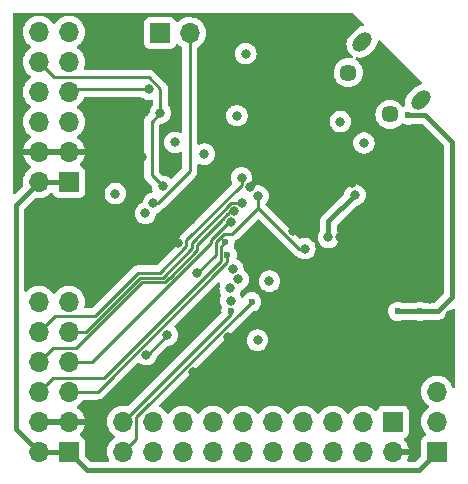
<source format=gbr>
%TF.GenerationSoftware,KiCad,Pcbnew,(6.0.0-0)*%
%TF.CreationDate,2023-01-16T12:19:11+01:00*%
%TF.ProjectId,core-v-mini-mcu-spiboot-fpga,636f7265-2d76-42d6-9d69-6e692d6d6375,rev?*%
%TF.SameCoordinates,Original*%
%TF.FileFunction,Copper,L4,Bot*%
%TF.FilePolarity,Positive*%
%FSLAX46Y46*%
G04 Gerber Fmt 4.6, Leading zero omitted, Abs format (unit mm)*
G04 Created by KiCad (PCBNEW (6.0.0-0)) date 2023-01-16 12:19:11*
%MOMM*%
%LPD*%
G01*
G04 APERTURE LIST*
G04 Aperture macros list*
%AMHorizOval*
0 Thick line with rounded ends*
0 $1 width*
0 $2 $3 position (X,Y) of the first rounded end (center of the circle)*
0 $4 $5 position (X,Y) of the second rounded end (center of the circle)*
0 Add line between two ends*
20,1,$1,$2,$3,$4,$5,0*
0 Add two circle primitives to create the rounded ends*
1,1,$1,$2,$3*
1,1,$1,$4,$5*%
G04 Aperture macros list end*
%TA.AperFunction,ComponentPad*%
%ADD10O,1.700000X1.700000*%
%TD*%
%TA.AperFunction,ComponentPad*%
%ADD11R,1.700000X1.700000*%
%TD*%
%TA.AperFunction,ComponentPad*%
%ADD12HorizOval,1.200000X-0.247487X-0.247487X0.247487X0.247487X0*%
%TD*%
%TA.AperFunction,ComponentPad*%
%ADD13HorizOval,1.200000X0.247487X0.247487X-0.247487X-0.247487X0*%
%TD*%
%TA.AperFunction,ComponentPad*%
%ADD14C,1.450000*%
%TD*%
%TA.AperFunction,ViaPad*%
%ADD15C,0.800000*%
%TD*%
%TA.AperFunction,ViaPad*%
%ADD16C,0.600000*%
%TD*%
%TA.AperFunction,Conductor*%
%ADD17C,0.400000*%
%TD*%
%TA.AperFunction,Conductor*%
%ADD18C,0.250000*%
%TD*%
G04 APERTURE END LIST*
D10*
%TO.P,J2,3,Pin_3*%
%TO.N,/3V3_LDO*%
X112450000Y-104120000D03*
%TO.P,J2,2,Pin_2*%
%TO.N,+3V3*%
X112450000Y-106660000D03*
D11*
%TO.P,J2,1,Pin_1*%
%TO.N,/3V3_PMOD*%
X112450000Y-109200000D03*
%TD*%
D10*
%TO.P,J1,20,Pin_20*%
%TO.N,/RX1*%
X85852000Y-109205000D03*
%TO.P,J1,19,Pin_19*%
%TO.N,/TX1*%
X85852000Y-106665000D03*
%TO.P,J1,18,Pin_18*%
%TO.N,/A7*%
X88392000Y-109205000D03*
%TO.P,J1,17,Pin_17*%
%TO.N,/A6*%
X88392000Y-106665000D03*
%TO.P,J1,16,Pin_16*%
%TO.N,/B5*%
X90932000Y-109205000D03*
%TO.P,J1,15,Pin_15*%
%TO.N,/SPI_CS*%
X90932000Y-106665000D03*
%TO.P,J1,14,Pin_14*%
%TO.N,/C3*%
X93472000Y-109205000D03*
%TO.P,J1,13,Pin_13*%
%TO.N,/C2*%
X93472000Y-106665000D03*
%TO.P,J1,12,Pin_12*%
%TO.N,/C5*%
X96012000Y-109205000D03*
%TO.P,J1,11,Pin_11*%
%TO.N,/C4*%
X96012000Y-106665000D03*
%TO.P,J1,10,Pin_10*%
%TO.N,/C7*%
X98552000Y-109205000D03*
%TO.P,J1,9,Pin_9*%
%TO.N,/C6*%
X98552000Y-106665000D03*
%TO.P,J1,8,Pin_8*%
%TO.N,/D3*%
X101092000Y-109205000D03*
%TO.P,J1,7,Pin_7*%
%TO.N,/D2*%
X101092000Y-106665000D03*
%TO.P,J1,6,Pin_6*%
%TO.N,/D5*%
X103632000Y-109205000D03*
%TO.P,J1,5,Pin_5*%
%TO.N,/D4*%
X103632000Y-106665000D03*
%TO.P,J1,4,Pin_4*%
%TO.N,/D7*%
X106172000Y-109205000D03*
%TO.P,J1,3,Pin_3*%
%TO.N,/D6*%
X106172000Y-106665000D03*
%TO.P,J1,2,Pin_2*%
%TO.N,GND*%
X108712000Y-109205000D03*
D11*
%TO.P,J1,1,Pin_1*%
%TO.N,+3V3*%
X108712000Y-106665000D03*
%TD*%
%TO.P,JSPICS1,1,Pin_1*%
%TO.N,/FLASH_CS*%
X88975000Y-73750000D03*
D10*
%TO.P,JSPICS1,2,Pin_2*%
%TO.N,/iCE_SS_B*%
X91515000Y-73750000D03*
%TD*%
D11*
%TO.P,PMOD1,1,Pin_1*%
%TO.N,/3V3_PMOD*%
X81280000Y-109220000D03*
D10*
%TO.P,PMOD1,2,Pin_2*%
X78740000Y-109220000D03*
%TO.P,PMOD1,3,Pin_3*%
%TO.N,GND*%
X81280000Y-106680000D03*
%TO.P,PMOD1,4,Pin_4*%
X78740000Y-106680000D03*
%TO.P,PMOD1,5,Pin_5*%
%TO.N,/A5*%
X81280000Y-104140000D03*
%TO.P,PMOD1,6,Pin_6*%
%TO.N,/A4*%
X78740000Y-104140000D03*
%TO.P,PMOD1,7,Pin_7*%
%TO.N,/TMS*%
X81280000Y-101600000D03*
%TO.P,PMOD1,8,Pin_8*%
%TO.N,/TDO*%
X78740000Y-101600000D03*
%TO.P,PMOD1,9,Pin_9*%
%TO.N,/TDI*%
X81280000Y-99060000D03*
%TO.P,PMOD1,10,Pin_10*%
%TO.N,/TCK*%
X78740000Y-99060000D03*
%TO.P,PMOD1,11,Pin_11*%
%TO.N,/RX0*%
X81280000Y-96520000D03*
%TO.P,PMOD1,12,Pin_12*%
%TO.N,/TX0*%
X78740000Y-96520000D03*
%TD*%
D12*
%TO.P,P1,6,Shield*%
%TO.N,Net-(P1-Pad6)*%
X111078217Y-79425514D03*
D13*
X106128470Y-74475767D03*
D14*
X108461922Y-80627596D03*
X104926388Y-77092062D03*
%TD*%
D11*
%TO.P,PMOD2,1,Pin_1*%
%TO.N,/3V3_PMOD*%
X81280000Y-86360000D03*
D10*
%TO.P,PMOD2,2,Pin_2*%
X78740000Y-86360000D03*
%TO.P,PMOD2,3,Pin_3*%
%TO.N,GND*%
X81280000Y-83820000D03*
%TO.P,PMOD2,4,Pin_4*%
X78740000Y-83820000D03*
%TO.P,PMOD2,5,Pin_5*%
%TO.N,/iCE_CRESET*%
X81280000Y-81280000D03*
%TO.P,PMOD2,6,Pin_6*%
%TO.N,/iCE_CDONE*%
X78740000Y-81280000D03*
%TO.P,PMOD2,7,Pin_7*%
%TO.N,/FLASH_nHLD_nRST*%
X81280000Y-78740000D03*
%TO.P,PMOD2,8,Pin_8*%
%TO.N,/FLASH_nWP*%
X78740000Y-78740000D03*
%TO.P,PMOD2,9,Pin_9*%
%TO.N,/FLASH_MISO*%
X81280000Y-76200000D03*
%TO.P,PMOD2,10,Pin_10*%
%TO.N,/FLASH_MOSI*%
X78740000Y-76200000D03*
%TO.P,PMOD2,11,Pin_11*%
%TO.N,/FLASH_SCK*%
X81280000Y-73660000D03*
%TO.P,PMOD2,12,Pin_12*%
%TO.N,/FLASH_CS*%
X78740000Y-73660000D03*
%TD*%
D15*
%TO.N,GND*%
X87500000Y-84250000D03*
D16*
%TO.N,/RX1*%
X96750000Y-96500000D03*
%TO.N,/TX1*%
X95000000Y-97250000D03*
D15*
%TO.N,+3V3*%
X85200000Y-87350000D03*
D16*
%TO.N,/A4*%
X94500000Y-91450000D03*
%TO.N,/A5*%
X94700000Y-92500000D03*
D15*
%TO.N,GND*%
X110250000Y-104050000D03*
X111850000Y-96250000D03*
X113550000Y-97650000D03*
D16*
%TO.N,+5V*%
X111000000Y-97300000D03*
X109100000Y-97300000D03*
X110000000Y-80700000D03*
D15*
%TO.N,GND*%
X105250000Y-86450000D03*
X104150000Y-85350000D03*
X104250000Y-91000000D03*
X109600000Y-92100000D03*
X109500000Y-88850000D03*
%TO.N,/VCORE*%
X105500000Y-87450000D03*
X103250000Y-91050000D03*
%TO.N,+3V3*%
X106250000Y-83050000D03*
%TO.N,/VCORE*%
X101250000Y-92000000D03*
X92160180Y-94072795D03*
X97283226Y-87535325D03*
%TO.N,GND*%
X96598430Y-86807273D03*
X94750000Y-99500000D03*
X85000000Y-94500000D03*
X91739375Y-102464514D03*
X101000000Y-82750000D03*
X100250000Y-90500000D03*
X89500000Y-84250000D03*
X99750000Y-77000000D03*
X100750000Y-101500000D03*
X111888123Y-85778922D03*
X91626968Y-89610996D03*
X104500000Y-79000000D03*
X90500000Y-91500000D03*
X83500000Y-81000000D03*
X98275979Y-100447559D03*
%TO.N,+3V3*%
X96250000Y-75500000D03*
X95500000Y-80750000D03*
X97250000Y-99750000D03*
X90250000Y-83000000D03*
X98250000Y-94750000D03*
X89593557Y-99324675D03*
X87825500Y-100973019D03*
X87750000Y-89000000D03*
X104250000Y-81250000D03*
X92750000Y-84000000D03*
%TO.N,/A6*%
X95152962Y-93765920D03*
%TO.N,/A7*%
X95593575Y-94607000D03*
%TO.N,/B5*%
X94980361Y-96400725D03*
%TO.N,/iCE_SS_B*%
X88424500Y-88146516D03*
%TO.N,/TCK*%
X95896260Y-86004568D03*
%TO.N,/TDI*%
X95900892Y-88156858D03*
%TO.N,/TDO*%
X95255997Y-88853755D03*
%TO.N,/TMS*%
X94959746Y-89755858D03*
%TO.N,/FLASH_MOSI*%
X89025500Y-80500000D03*
X89215479Y-86721961D03*
%TO.N,/FLASH_nHLD_nRST*%
X88012299Y-78487701D03*
%TO.N,/SPI_CS*%
X94931511Y-95344608D03*
%TD*%
D17*
%TO.N,+5V*%
X110000000Y-80700000D02*
X111450000Y-80700000D01*
X111450000Y-80700000D02*
X113750000Y-83000000D01*
X113750000Y-83000000D02*
X113750000Y-96100000D01*
X113750000Y-96100000D02*
X112550000Y-97300000D01*
X112550000Y-97300000D02*
X111000000Y-97300000D01*
D18*
%TO.N,/TX1*%
X95000000Y-97250000D02*
X95000000Y-97500000D01*
X95000000Y-97500000D02*
X85852000Y-106648000D01*
X85852000Y-106648000D02*
X85852000Y-106665000D01*
%TO.N,/RX1*%
X96750000Y-96500000D02*
X86976511Y-106273489D01*
X86976511Y-106273489D02*
X86976511Y-108080489D01*
X86976511Y-108080489D02*
X85852000Y-109205000D01*
%TO.N,/A5*%
X83704629Y-104140000D02*
X94700000Y-93144629D01*
X81280000Y-104140000D02*
X83704629Y-104140000D01*
%TO.N,+3V3*%
X87945213Y-100973019D02*
X87825500Y-100973019D01*
%TO.N,/A5*%
X94700000Y-93144629D02*
X94700000Y-92500000D01*
%TO.N,+3V3*%
X89593557Y-99324675D02*
X87945213Y-100973019D01*
%TO.N,/iCE_SS_B*%
X88815524Y-88146516D02*
X88424500Y-88146516D01*
X91515000Y-85447040D02*
X88815524Y-88146516D01*
X91515000Y-73750000D02*
X91515000Y-85447040D01*
%TO.N,/A4*%
X84263466Y-102950000D02*
X94125499Y-93087967D01*
X94125499Y-93087967D02*
X94125499Y-91824501D01*
X94125499Y-91824501D02*
X94500000Y-91450000D01*
X79930000Y-102950000D02*
X84263466Y-102950000D01*
X78740000Y-104140000D02*
X79930000Y-102950000D01*
%TO.N,/TMS*%
X81280000Y-101600000D02*
X83270012Y-101600000D01*
X93326477Y-91246062D02*
X94816681Y-89755858D01*
X93326477Y-91543535D02*
X93326477Y-91246062D01*
%TO.N,/VCORE*%
X97283226Y-88557826D02*
X95115553Y-90725499D01*
X94412033Y-90725499D02*
X93725988Y-91411544D01*
X93725988Y-91411544D02*
X93725988Y-92506987D01*
%TO.N,/TMS*%
X83270012Y-101600000D02*
X93326477Y-91543535D01*
X94816681Y-89755858D02*
X94959746Y-89755858D01*
%TO.N,/VCORE*%
X93725988Y-92506987D02*
X92160180Y-94072795D01*
X95115553Y-90725499D02*
X94412033Y-90725499D01*
%TO.N,/TDO*%
X89819044Y-94450969D02*
X92123523Y-92146490D01*
X94284935Y-89477803D02*
X94284935Y-89476779D01*
%TO.N,/TDI*%
X87299037Y-94450979D02*
X89209326Y-94450978D01*
X91674012Y-91986292D02*
X91674012Y-91481850D01*
%TO.N,/TCK*%
X83490508Y-97694511D02*
X87133552Y-94051467D01*
%TO.N,/TDO*%
X81889532Y-100425489D02*
X87464523Y-94850498D01*
%TO.N,/TCK*%
X88973133Y-94051467D02*
X91224501Y-91800099D01*
%TO.N,/TDI*%
X82690012Y-99060000D02*
X87299037Y-94450978D01*
%TO.N,/TDO*%
X94271263Y-89508320D02*
X94271263Y-89491475D01*
%TO.N,/TDI*%
X89209326Y-94450978D02*
X91674012Y-91986292D01*
%TO.N,/TCK*%
X87133552Y-94051467D02*
X88973133Y-94051467D01*
%TO.N,/TDO*%
X78740000Y-101600000D02*
X79914511Y-100425489D01*
%TO.N,/TDI*%
X81280000Y-99060000D02*
X82690012Y-99060000D01*
X94999004Y-88156858D02*
X95900892Y-88156858D01*
%TO.N,/TDO*%
X87464523Y-94850498D02*
X89374813Y-94850497D01*
X94246306Y-89533277D02*
X94271263Y-89508320D01*
%TO.N,/TCK*%
X78740000Y-99060000D02*
X80105489Y-97694511D01*
%TO.N,/TDO*%
X94680047Y-89081667D02*
X94714786Y-89081667D01*
X94246306Y-89550147D02*
X94246306Y-89533277D01*
X94284935Y-89476779D02*
X94680047Y-89081667D01*
X92123523Y-92146490D02*
X92123523Y-91672930D01*
%TO.N,/TCK*%
X91224501Y-91800099D02*
X91224502Y-91300542D01*
X95896260Y-86628785D02*
X95896260Y-86004568D01*
%TO.N,/TDO*%
X92123523Y-91672930D02*
X94246306Y-89550147D01*
%TO.N,/TCK*%
X91224502Y-91300542D02*
X95896260Y-86628785D01*
%TO.N,/TDO*%
X94271263Y-89491475D02*
X94284935Y-89477803D01*
%TO.N,/TCK*%
X80105489Y-97694511D02*
X83490508Y-97694511D01*
%TO.N,/TDI*%
X91674012Y-91481850D02*
X94999004Y-88156858D01*
%TO.N,/TDO*%
X94942698Y-88853755D02*
X95255997Y-88853755D01*
X94714786Y-89081667D02*
X94942698Y-88853755D01*
X89374813Y-94850497D02*
X89774341Y-94450969D01*
X79914511Y-100425489D02*
X81889532Y-100425489D01*
X89774341Y-94450969D02*
X89819044Y-94450969D01*
D17*
%TO.N,/3V3_PMOD*%
X78740000Y-86360000D02*
X76800000Y-88300000D01*
X76800000Y-88300000D02*
X76800000Y-107280000D01*
X76800000Y-107280000D02*
X78740000Y-109220000D01*
X81280000Y-86360000D02*
X78740000Y-86360000D01*
X78740000Y-109220000D02*
X81280000Y-109220000D01*
X112450000Y-109200000D02*
X110900000Y-110750000D01*
X110900000Y-110750000D02*
X82810000Y-110750000D01*
X82810000Y-110750000D02*
X81280000Y-109220000D01*
%TO.N,+5V*%
X111000000Y-97300000D02*
X109100000Y-97300000D01*
%TO.N,/VCORE*%
X105500000Y-87450000D02*
X103250000Y-89700000D01*
X103250000Y-89700000D02*
X103250000Y-91050000D01*
D18*
X101250000Y-92000000D02*
X100725400Y-92000000D01*
X97283226Y-88557826D02*
X97283226Y-87535325D01*
X100725400Y-92000000D02*
X97283226Y-88557826D01*
%TO.N,/FLASH_MOSI*%
X89025500Y-78476302D02*
X89025500Y-80500000D01*
X88275499Y-81250001D02*
X88275499Y-85781981D01*
X78740000Y-76200000D02*
X80040000Y-77500000D01*
X89025500Y-80500000D02*
X88275499Y-81250001D01*
X88275499Y-85781981D02*
X89215479Y-86721961D01*
X88049198Y-77500000D02*
X89025500Y-78476302D01*
X80040000Y-77500000D02*
X88049198Y-77500000D01*
%TO.N,/FLASH_nHLD_nRST*%
X88000000Y-78500000D02*
X88012299Y-78487701D01*
X81520000Y-78500000D02*
X88000000Y-78500000D01*
X81280000Y-78740000D02*
X81520000Y-78500000D01*
%TD*%
%TA.AperFunction,Conductor*%
%TO.N,GND*%
G36*
X105305511Y-72028002D02*
G01*
X105326485Y-72044905D01*
X106212371Y-72930791D01*
X106246397Y-72993103D01*
X106241332Y-73063918D01*
X106198785Y-73120754D01*
X106149796Y-73143063D01*
X106039255Y-73166862D01*
X106033743Y-73169207D01*
X106033741Y-73169208D01*
X105986511Y-73189305D01*
X105844621Y-73249680D01*
X105669158Y-73367808D01*
X105665033Y-73371549D01*
X105059787Y-73976794D01*
X104958903Y-74098959D01*
X104857487Y-74284583D01*
X104814211Y-74419778D01*
X104799576Y-74465499D01*
X104793002Y-74486035D01*
X104792288Y-74491981D01*
X104770588Y-74672618D01*
X104767773Y-74696047D01*
X104768196Y-74702022D01*
X104768196Y-74702025D01*
X104779852Y-74866632D01*
X104782713Y-74907042D01*
X104784260Y-74912835D01*
X104784260Y-74912836D01*
X104834929Y-75102598D01*
X104837280Y-75111404D01*
X104839894Y-75116799D01*
X104839895Y-75116802D01*
X104883533Y-75206870D01*
X104929507Y-75301761D01*
X105056066Y-75471244D01*
X105212389Y-75613736D01*
X105217503Y-75616864D01*
X105217506Y-75616866D01*
X105277559Y-75653594D01*
X105325236Y-75706200D01*
X105336904Y-75776231D01*
X105308858Y-75841453D01*
X105250002Y-75881159D01*
X105179207Y-75882791D01*
X105146716Y-75874085D01*
X105146714Y-75874085D01*
X105141401Y-75872661D01*
X104926388Y-75853850D01*
X104711375Y-75872661D01*
X104706062Y-75874085D01*
X104706060Y-75874085D01*
X104508205Y-75927100D01*
X104508203Y-75927101D01*
X104502895Y-75928523D01*
X104497914Y-75930845D01*
X104497913Y-75930846D01*
X104312269Y-76017413D01*
X104312264Y-76017416D01*
X104307282Y-76019739D01*
X104130481Y-76143537D01*
X103977863Y-76296155D01*
X103854065Y-76472956D01*
X103851742Y-76477938D01*
X103851739Y-76477943D01*
X103791261Y-76607639D01*
X103762849Y-76668569D01*
X103761427Y-76673877D01*
X103761426Y-76673879D01*
X103709285Y-76868472D01*
X103706987Y-76877049D01*
X103688176Y-77092062D01*
X103706987Y-77307075D01*
X103708411Y-77312388D01*
X103708411Y-77312390D01*
X103754222Y-77483357D01*
X103762849Y-77515555D01*
X103765171Y-77520536D01*
X103765172Y-77520537D01*
X103851739Y-77706181D01*
X103851742Y-77706186D01*
X103854065Y-77711168D01*
X103923378Y-77810156D01*
X103972660Y-77880538D01*
X103977863Y-77887969D01*
X104130481Y-78040587D01*
X104134989Y-78043744D01*
X104134992Y-78043746D01*
X104175472Y-78072090D01*
X104307282Y-78164385D01*
X104312264Y-78166708D01*
X104312269Y-78166711D01*
X104497913Y-78253278D01*
X104502895Y-78255601D01*
X104508203Y-78257023D01*
X104508205Y-78257024D01*
X104706060Y-78310039D01*
X104706062Y-78310039D01*
X104711375Y-78311463D01*
X104926388Y-78330274D01*
X105141401Y-78311463D01*
X105146714Y-78310039D01*
X105146716Y-78310039D01*
X105344571Y-78257024D01*
X105344573Y-78257023D01*
X105349881Y-78255601D01*
X105354863Y-78253278D01*
X105540507Y-78166711D01*
X105540512Y-78166708D01*
X105545494Y-78164385D01*
X105677304Y-78072090D01*
X105717784Y-78043746D01*
X105717787Y-78043744D01*
X105722295Y-78040587D01*
X105874913Y-77887969D01*
X105880117Y-77880538D01*
X105929398Y-77810156D01*
X105998711Y-77711168D01*
X106001034Y-77706186D01*
X106001037Y-77706181D01*
X106087604Y-77520537D01*
X106087605Y-77520536D01*
X106089927Y-77515555D01*
X106098555Y-77483357D01*
X106144365Y-77312390D01*
X106144365Y-77312388D01*
X106145789Y-77307075D01*
X106164600Y-77092062D01*
X106145789Y-76877049D01*
X106143491Y-76868472D01*
X106091350Y-76673879D01*
X106091349Y-76673877D01*
X106089927Y-76668569D01*
X106061515Y-76607639D01*
X106001037Y-76477943D01*
X106001034Y-76477938D01*
X105998711Y-76472956D01*
X105874913Y-76296155D01*
X105722295Y-76143537D01*
X105717784Y-76140378D01*
X105572275Y-76038491D01*
X105527947Y-75983034D01*
X105520638Y-75912414D01*
X105552669Y-75849054D01*
X105613870Y-75813069D01*
X105665666Y-75811061D01*
X105799429Y-75833806D01*
X105878584Y-75832079D01*
X106004902Y-75829322D01*
X106004903Y-75829322D01*
X106010900Y-75829191D01*
X106016760Y-75827929D01*
X106016763Y-75827929D01*
X106154162Y-75798348D01*
X106217685Y-75784672D01*
X106223197Y-75782327D01*
X106223199Y-75782326D01*
X106389870Y-75711406D01*
X106412319Y-75701854D01*
X106587782Y-75583726D01*
X106591907Y-75579985D01*
X107197153Y-74974740D01*
X107202314Y-74968491D01*
X107253058Y-74907042D01*
X107298037Y-74852575D01*
X107399453Y-74666951D01*
X107463938Y-74465499D01*
X107464653Y-74459543D01*
X107465014Y-74457890D01*
X107499069Y-74395594D01*
X107561398Y-74361599D01*
X107632211Y-74366697D01*
X107677217Y-74395637D01*
X111162118Y-77880538D01*
X111196144Y-77942850D01*
X111191079Y-78013665D01*
X111148532Y-78070501D01*
X111099543Y-78092810D01*
X110989002Y-78116609D01*
X110983490Y-78118954D01*
X110983488Y-78118955D01*
X110947877Y-78134108D01*
X110794368Y-78199427D01*
X110618905Y-78317555D01*
X110614780Y-78321296D01*
X110009534Y-78926541D01*
X109908650Y-79048706D01*
X109807234Y-79234330D01*
X109770263Y-79349829D01*
X109749323Y-79415246D01*
X109742749Y-79435782D01*
X109739073Y-79466380D01*
X109720200Y-79623489D01*
X109717520Y-79645794D01*
X109717943Y-79651769D01*
X109717943Y-79651772D01*
X109719876Y-79679071D01*
X109728604Y-79802322D01*
X109731211Y-79839145D01*
X109716071Y-79908509D01*
X109665833Y-79958675D01*
X109660011Y-79961628D01*
X109653579Y-79963818D01*
X109647580Y-79967509D01*
X109641204Y-79970509D01*
X109640411Y-79968824D01*
X109580930Y-79985020D01*
X109513218Y-79963676D01*
X109480207Y-79931316D01*
X109413606Y-79836200D01*
X109413604Y-79836197D01*
X109410447Y-79831689D01*
X109257829Y-79679071D01*
X109081028Y-79555273D01*
X109076046Y-79552950D01*
X109076041Y-79552947D01*
X108890397Y-79466380D01*
X108890396Y-79466379D01*
X108885415Y-79464057D01*
X108880107Y-79462635D01*
X108880105Y-79462634D01*
X108682250Y-79409619D01*
X108682248Y-79409619D01*
X108676935Y-79408195D01*
X108461922Y-79389384D01*
X108246909Y-79408195D01*
X108241596Y-79409619D01*
X108241594Y-79409619D01*
X108043739Y-79462634D01*
X108043737Y-79462635D01*
X108038429Y-79464057D01*
X108033448Y-79466379D01*
X108033447Y-79466380D01*
X107847803Y-79552947D01*
X107847798Y-79552950D01*
X107842816Y-79555273D01*
X107666015Y-79679071D01*
X107513397Y-79831689D01*
X107510240Y-79836197D01*
X107510238Y-79836200D01*
X107465932Y-79899476D01*
X107389599Y-80008490D01*
X107387276Y-80013472D01*
X107387273Y-80013477D01*
X107321508Y-80154511D01*
X107298383Y-80204103D01*
X107296961Y-80209411D01*
X107296960Y-80209413D01*
X107251296Y-80379834D01*
X107242521Y-80412583D01*
X107223710Y-80627596D01*
X107242521Y-80842609D01*
X107243945Y-80847922D01*
X107243945Y-80847924D01*
X107276921Y-80970990D01*
X107298383Y-81051089D01*
X107300705Y-81056070D01*
X107300706Y-81056071D01*
X107387273Y-81241715D01*
X107387276Y-81241720D01*
X107389599Y-81246702D01*
X107408687Y-81273962D01*
X107508568Y-81416606D01*
X107513397Y-81423503D01*
X107666015Y-81576121D01*
X107670523Y-81579278D01*
X107670526Y-81579280D01*
X107739076Y-81627279D01*
X107842816Y-81699919D01*
X107847798Y-81702242D01*
X107847803Y-81702245D01*
X108028388Y-81786453D01*
X108038429Y-81791135D01*
X108043737Y-81792557D01*
X108043739Y-81792558D01*
X108241594Y-81845573D01*
X108241596Y-81845573D01*
X108246909Y-81846997D01*
X108461922Y-81865808D01*
X108676935Y-81846997D01*
X108682248Y-81845573D01*
X108682250Y-81845573D01*
X108880105Y-81792558D01*
X108880107Y-81792557D01*
X108885415Y-81791135D01*
X108895456Y-81786453D01*
X109076041Y-81702245D01*
X109076046Y-81702242D01*
X109081028Y-81699919D01*
X109184768Y-81627279D01*
X109253318Y-81579280D01*
X109253321Y-81579278D01*
X109257829Y-81576121D01*
X109410447Y-81423503D01*
X109413600Y-81419000D01*
X109415609Y-81416606D01*
X109474720Y-81377282D01*
X109545708Y-81376158D01*
X109581119Y-81392168D01*
X109633159Y-81426222D01*
X109639763Y-81428678D01*
X109639765Y-81428679D01*
X109796558Y-81486990D01*
X109796560Y-81486990D01*
X109803168Y-81489448D01*
X109886995Y-81500633D01*
X109975980Y-81512507D01*
X109975984Y-81512507D01*
X109982961Y-81513438D01*
X109989972Y-81512800D01*
X109989976Y-81512800D01*
X110132459Y-81499832D01*
X110163600Y-81496998D01*
X110170302Y-81494820D01*
X110170304Y-81494820D01*
X110329409Y-81443124D01*
X110329412Y-81443123D01*
X110336108Y-81440947D01*
X110360727Y-81426271D01*
X110425245Y-81408500D01*
X111104340Y-81408500D01*
X111172461Y-81428502D01*
X111193435Y-81445405D01*
X113004595Y-83256566D01*
X113038621Y-83318878D01*
X113041500Y-83345661D01*
X113041500Y-95754340D01*
X113021498Y-95822461D01*
X113004595Y-95843435D01*
X112293435Y-96554595D01*
X112231123Y-96588621D01*
X112204340Y-96591500D01*
X111429158Y-96591500D01*
X111369624Y-96574205D01*
X111368948Y-96575590D01*
X111362609Y-96572498D01*
X111356666Y-96568727D01*
X111342880Y-96563818D01*
X111192425Y-96510243D01*
X111192420Y-96510242D01*
X111185790Y-96507881D01*
X111178802Y-96507048D01*
X111178799Y-96507047D01*
X111055698Y-96492368D01*
X111005680Y-96486404D01*
X110998677Y-96487140D01*
X110998676Y-96487140D01*
X110832288Y-96504628D01*
X110832286Y-96504629D01*
X110825288Y-96505364D01*
X110772410Y-96523365D01*
X110660249Y-96561547D01*
X110660246Y-96561548D01*
X110653579Y-96563818D01*
X110647576Y-96567511D01*
X110647574Y-96567512D01*
X110638949Y-96572818D01*
X110572928Y-96591500D01*
X109529158Y-96591500D01*
X109469624Y-96574205D01*
X109468948Y-96575590D01*
X109462609Y-96572498D01*
X109456666Y-96568727D01*
X109442880Y-96563818D01*
X109292425Y-96510243D01*
X109292420Y-96510242D01*
X109285790Y-96507881D01*
X109278802Y-96507048D01*
X109278799Y-96507047D01*
X109155698Y-96492368D01*
X109105680Y-96486404D01*
X109098677Y-96487140D01*
X109098676Y-96487140D01*
X108932288Y-96504628D01*
X108932286Y-96504629D01*
X108925288Y-96505364D01*
X108753579Y-96563818D01*
X108734444Y-96575590D01*
X108605095Y-96655166D01*
X108605092Y-96655168D01*
X108599088Y-96658862D01*
X108594053Y-96663793D01*
X108594050Y-96663795D01*
X108477424Y-96778004D01*
X108469493Y-96785771D01*
X108371235Y-96938238D01*
X108368826Y-96944858D01*
X108368824Y-96944861D01*
X108321433Y-97075066D01*
X108309197Y-97108685D01*
X108286463Y-97288640D01*
X108304163Y-97469160D01*
X108361418Y-97641273D01*
X108365065Y-97647295D01*
X108365066Y-97647297D01*
X108447591Y-97783562D01*
X108455380Y-97796424D01*
X108581382Y-97926902D01*
X108624420Y-97955065D01*
X108726758Y-98022033D01*
X108733159Y-98026222D01*
X108739763Y-98028678D01*
X108739765Y-98028679D01*
X108896558Y-98086990D01*
X108896560Y-98086990D01*
X108903168Y-98089448D01*
X108986995Y-98100633D01*
X109075980Y-98112507D01*
X109075984Y-98112507D01*
X109082961Y-98113438D01*
X109089972Y-98112800D01*
X109089976Y-98112800D01*
X109232459Y-98099832D01*
X109263600Y-98096998D01*
X109270302Y-98094820D01*
X109270304Y-98094820D01*
X109429409Y-98043124D01*
X109429412Y-98043123D01*
X109436108Y-98040947D01*
X109460727Y-98026271D01*
X109525245Y-98008500D01*
X110569800Y-98008500D01*
X110626609Y-98022033D01*
X110627260Y-98022362D01*
X110633159Y-98026222D01*
X110639766Y-98028679D01*
X110639768Y-98028680D01*
X110796558Y-98086990D01*
X110796560Y-98086990D01*
X110803168Y-98089448D01*
X110886995Y-98100633D01*
X110975980Y-98112507D01*
X110975984Y-98112507D01*
X110982961Y-98113438D01*
X110989972Y-98112800D01*
X110989976Y-98112800D01*
X111132459Y-98099832D01*
X111163600Y-98096998D01*
X111170302Y-98094820D01*
X111170304Y-98094820D01*
X111329409Y-98043124D01*
X111329412Y-98043123D01*
X111336108Y-98040947D01*
X111360727Y-98026271D01*
X111425245Y-98008500D01*
X112521088Y-98008500D01*
X112529658Y-98008792D01*
X112579776Y-98012209D01*
X112579780Y-98012209D01*
X112587352Y-98012725D01*
X112594829Y-98011420D01*
X112594830Y-98011420D01*
X112621308Y-98006799D01*
X112650303Y-98001738D01*
X112656821Y-98000777D01*
X112720242Y-97993102D01*
X112727343Y-97990419D01*
X112729952Y-97989778D01*
X112746262Y-97985315D01*
X112748798Y-97984550D01*
X112756284Y-97983243D01*
X112814800Y-97957556D01*
X112820904Y-97955065D01*
X112873548Y-97935173D01*
X112873549Y-97935172D01*
X112880656Y-97932487D01*
X112886919Y-97928183D01*
X112889285Y-97926946D01*
X112904097Y-97918701D01*
X112906351Y-97917368D01*
X112913305Y-97914315D01*
X112964002Y-97875413D01*
X112969332Y-97871541D01*
X113015720Y-97839661D01*
X113015725Y-97839656D01*
X113021981Y-97835357D01*
X113063427Y-97788839D01*
X113068408Y-97783562D01*
X113776905Y-97075066D01*
X113839217Y-97041041D01*
X113910033Y-97046106D01*
X113966868Y-97088653D01*
X113991679Y-97155173D01*
X113992000Y-97164162D01*
X113992000Y-103663403D01*
X113971998Y-103731524D01*
X113918342Y-103778017D01*
X113848068Y-103788121D01*
X113783488Y-103758627D01*
X113743796Y-103694098D01*
X113741692Y-103685722D01*
X113741692Y-103685721D01*
X113740431Y-103680702D01*
X113651354Y-103475840D01*
X113530014Y-103288277D01*
X113379670Y-103123051D01*
X113375619Y-103119852D01*
X113375615Y-103119848D01*
X113208414Y-102987800D01*
X113208410Y-102987798D01*
X113204359Y-102984598D01*
X113008789Y-102876638D01*
X113003920Y-102874914D01*
X113003916Y-102874912D01*
X112803087Y-102803795D01*
X112803083Y-102803794D01*
X112798212Y-102802069D01*
X112793119Y-102801162D01*
X112793116Y-102801161D01*
X112583373Y-102763800D01*
X112583367Y-102763799D01*
X112578284Y-102762894D01*
X112504452Y-102761992D01*
X112360081Y-102760228D01*
X112360079Y-102760228D01*
X112354911Y-102760165D01*
X112134091Y-102793955D01*
X111921756Y-102863357D01*
X111723607Y-102966507D01*
X111719474Y-102969610D01*
X111719471Y-102969612D01*
X111549100Y-103097530D01*
X111544965Y-103100635D01*
X111390629Y-103262138D01*
X111387715Y-103266410D01*
X111387714Y-103266411D01*
X111376986Y-103282138D01*
X111264743Y-103446680D01*
X111249003Y-103480590D01*
X111209217Y-103566302D01*
X111170688Y-103649305D01*
X111110989Y-103864570D01*
X111087251Y-104086695D01*
X111100110Y-104309715D01*
X111101247Y-104314761D01*
X111101248Y-104314767D01*
X111122275Y-104408069D01*
X111149222Y-104527639D01*
X111185662Y-104617380D01*
X111230673Y-104728229D01*
X111233266Y-104734616D01*
X111349987Y-104925088D01*
X111496250Y-105093938D01*
X111668126Y-105236632D01*
X111702352Y-105256632D01*
X111741445Y-105279476D01*
X111790169Y-105331114D01*
X111803240Y-105400897D01*
X111776509Y-105466669D01*
X111736055Y-105500027D01*
X111723607Y-105506507D01*
X111719474Y-105509610D01*
X111719471Y-105509612D01*
X111549100Y-105637530D01*
X111544965Y-105640635D01*
X111519894Y-105666870D01*
X111415790Y-105775809D01*
X111390629Y-105802138D01*
X111387715Y-105806410D01*
X111387714Y-105806411D01*
X111372798Y-105828277D01*
X111264743Y-105986680D01*
X111170688Y-106189305D01*
X111110989Y-106404570D01*
X111087251Y-106626695D01*
X111087548Y-106631848D01*
X111087548Y-106631851D01*
X111089171Y-106660000D01*
X111100110Y-106849715D01*
X111101247Y-106854761D01*
X111101248Y-106854767D01*
X111114597Y-106913998D01*
X111149222Y-107067639D01*
X111233266Y-107274616D01*
X111349987Y-107465088D01*
X111496250Y-107633938D01*
X111500230Y-107637242D01*
X111504981Y-107641187D01*
X111544616Y-107700090D01*
X111546113Y-107771071D01*
X111508997Y-107831593D01*
X111468725Y-107856112D01*
X111418963Y-107874767D01*
X111353295Y-107899385D01*
X111236739Y-107986739D01*
X111149385Y-108103295D01*
X111098255Y-108239684D01*
X111091500Y-108301866D01*
X111091500Y-109504340D01*
X111071498Y-109572461D01*
X111054595Y-109593435D01*
X110643435Y-110004595D01*
X110581123Y-110038621D01*
X110554340Y-110041500D01*
X110016280Y-110041500D01*
X109948159Y-110021498D01*
X109901666Y-109967842D01*
X109891562Y-109897568D01*
X109903323Y-109859673D01*
X109976670Y-109711267D01*
X109980469Y-109701672D01*
X110042377Y-109497910D01*
X110044555Y-109487837D01*
X110045986Y-109476962D01*
X110043775Y-109462778D01*
X110030617Y-109459000D01*
X108584000Y-109459000D01*
X108515879Y-109438998D01*
X108469386Y-109385342D01*
X108458000Y-109333000D01*
X108458000Y-109077000D01*
X108478002Y-109008879D01*
X108531658Y-108962386D01*
X108584000Y-108951000D01*
X110030344Y-108951000D01*
X110043875Y-108947027D01*
X110045180Y-108937947D01*
X110003214Y-108770875D01*
X109999894Y-108761124D01*
X109914972Y-108565814D01*
X109910105Y-108556739D01*
X109794426Y-108377926D01*
X109788136Y-108369757D01*
X109644293Y-108211677D01*
X109613241Y-108147831D01*
X109621635Y-108077333D01*
X109666812Y-108022564D01*
X109693256Y-108008895D01*
X109800297Y-107968767D01*
X109808705Y-107965615D01*
X109925261Y-107878261D01*
X110012615Y-107761705D01*
X110063745Y-107625316D01*
X110070500Y-107563134D01*
X110070500Y-105766866D01*
X110063745Y-105704684D01*
X110012615Y-105568295D01*
X109925261Y-105451739D01*
X109808705Y-105364385D01*
X109672316Y-105313255D01*
X109610134Y-105306500D01*
X107813866Y-105306500D01*
X107751684Y-105313255D01*
X107615295Y-105364385D01*
X107498739Y-105451739D01*
X107411385Y-105568295D01*
X107408233Y-105576703D01*
X107366919Y-105686907D01*
X107324277Y-105743671D01*
X107257716Y-105768371D01*
X107188367Y-105753163D01*
X107155743Y-105727476D01*
X107105151Y-105671875D01*
X107105142Y-105671866D01*
X107101670Y-105668051D01*
X107097619Y-105664852D01*
X107097615Y-105664848D01*
X106930414Y-105532800D01*
X106930410Y-105532798D01*
X106926359Y-105529598D01*
X106917302Y-105524598D01*
X106821453Y-105471687D01*
X106730789Y-105421638D01*
X106725920Y-105419914D01*
X106725916Y-105419912D01*
X106525087Y-105348795D01*
X106525083Y-105348794D01*
X106520212Y-105347069D01*
X106515119Y-105346162D01*
X106515116Y-105346161D01*
X106305373Y-105308800D01*
X106305367Y-105308799D01*
X106300284Y-105307894D01*
X106226452Y-105306992D01*
X106082081Y-105305228D01*
X106082079Y-105305228D01*
X106076911Y-105305165D01*
X105856091Y-105338955D01*
X105643756Y-105408357D01*
X105445607Y-105511507D01*
X105441474Y-105514610D01*
X105441471Y-105514612D01*
X105273624Y-105640635D01*
X105266965Y-105645635D01*
X105233920Y-105680215D01*
X105173280Y-105743671D01*
X105112629Y-105807138D01*
X105005201Y-105964621D01*
X104950293Y-106009621D01*
X104879768Y-106017792D01*
X104816021Y-105986538D01*
X104795324Y-105962054D01*
X104714822Y-105837617D01*
X104714820Y-105837614D01*
X104712014Y-105833277D01*
X104561670Y-105668051D01*
X104557619Y-105664852D01*
X104557615Y-105664848D01*
X104390414Y-105532800D01*
X104390410Y-105532798D01*
X104386359Y-105529598D01*
X104377302Y-105524598D01*
X104281453Y-105471687D01*
X104190789Y-105421638D01*
X104185920Y-105419914D01*
X104185916Y-105419912D01*
X103985087Y-105348795D01*
X103985083Y-105348794D01*
X103980212Y-105347069D01*
X103975119Y-105346162D01*
X103975116Y-105346161D01*
X103765373Y-105308800D01*
X103765367Y-105308799D01*
X103760284Y-105307894D01*
X103686452Y-105306992D01*
X103542081Y-105305228D01*
X103542079Y-105305228D01*
X103536911Y-105305165D01*
X103316091Y-105338955D01*
X103103756Y-105408357D01*
X102905607Y-105511507D01*
X102901474Y-105514610D01*
X102901471Y-105514612D01*
X102733624Y-105640635D01*
X102726965Y-105645635D01*
X102693920Y-105680215D01*
X102633280Y-105743671D01*
X102572629Y-105807138D01*
X102465201Y-105964621D01*
X102410293Y-106009621D01*
X102339768Y-106017792D01*
X102276021Y-105986538D01*
X102255324Y-105962054D01*
X102174822Y-105837617D01*
X102174820Y-105837614D01*
X102172014Y-105833277D01*
X102021670Y-105668051D01*
X102017619Y-105664852D01*
X102017615Y-105664848D01*
X101850414Y-105532800D01*
X101850410Y-105532798D01*
X101846359Y-105529598D01*
X101837302Y-105524598D01*
X101741453Y-105471687D01*
X101650789Y-105421638D01*
X101645920Y-105419914D01*
X101645916Y-105419912D01*
X101445087Y-105348795D01*
X101445083Y-105348794D01*
X101440212Y-105347069D01*
X101435119Y-105346162D01*
X101435116Y-105346161D01*
X101225373Y-105308800D01*
X101225367Y-105308799D01*
X101220284Y-105307894D01*
X101146452Y-105306992D01*
X101002081Y-105305228D01*
X101002079Y-105305228D01*
X100996911Y-105305165D01*
X100776091Y-105338955D01*
X100563756Y-105408357D01*
X100365607Y-105511507D01*
X100361474Y-105514610D01*
X100361471Y-105514612D01*
X100193624Y-105640635D01*
X100186965Y-105645635D01*
X100153920Y-105680215D01*
X100093280Y-105743671D01*
X100032629Y-105807138D01*
X99925201Y-105964621D01*
X99870293Y-106009621D01*
X99799768Y-106017792D01*
X99736021Y-105986538D01*
X99715324Y-105962054D01*
X99634822Y-105837617D01*
X99634820Y-105837614D01*
X99632014Y-105833277D01*
X99481670Y-105668051D01*
X99477619Y-105664852D01*
X99477615Y-105664848D01*
X99310414Y-105532800D01*
X99310410Y-105532798D01*
X99306359Y-105529598D01*
X99297302Y-105524598D01*
X99201453Y-105471687D01*
X99110789Y-105421638D01*
X99105920Y-105419914D01*
X99105916Y-105419912D01*
X98905087Y-105348795D01*
X98905083Y-105348794D01*
X98900212Y-105347069D01*
X98895119Y-105346162D01*
X98895116Y-105346161D01*
X98685373Y-105308800D01*
X98685367Y-105308799D01*
X98680284Y-105307894D01*
X98606452Y-105306992D01*
X98462081Y-105305228D01*
X98462079Y-105305228D01*
X98456911Y-105305165D01*
X98236091Y-105338955D01*
X98023756Y-105408357D01*
X97825607Y-105511507D01*
X97821474Y-105514610D01*
X97821471Y-105514612D01*
X97653624Y-105640635D01*
X97646965Y-105645635D01*
X97613920Y-105680215D01*
X97553280Y-105743671D01*
X97492629Y-105807138D01*
X97385201Y-105964621D01*
X97330293Y-106009621D01*
X97259768Y-106017792D01*
X97196021Y-105986538D01*
X97175324Y-105962054D01*
X97094822Y-105837617D01*
X97094820Y-105837614D01*
X97092014Y-105833277D01*
X96941670Y-105668051D01*
X96937619Y-105664852D01*
X96937615Y-105664848D01*
X96770414Y-105532800D01*
X96770410Y-105532798D01*
X96766359Y-105529598D01*
X96757302Y-105524598D01*
X96661453Y-105471687D01*
X96570789Y-105421638D01*
X96565920Y-105419914D01*
X96565916Y-105419912D01*
X96365087Y-105348795D01*
X96365083Y-105348794D01*
X96360212Y-105347069D01*
X96355119Y-105346162D01*
X96355116Y-105346161D01*
X96145373Y-105308800D01*
X96145367Y-105308799D01*
X96140284Y-105307894D01*
X96066452Y-105306992D01*
X95922081Y-105305228D01*
X95922079Y-105305228D01*
X95916911Y-105305165D01*
X95696091Y-105338955D01*
X95483756Y-105408357D01*
X95285607Y-105511507D01*
X95281474Y-105514610D01*
X95281471Y-105514612D01*
X95113624Y-105640635D01*
X95106965Y-105645635D01*
X95073920Y-105680215D01*
X95013280Y-105743671D01*
X94952629Y-105807138D01*
X94845201Y-105964621D01*
X94790293Y-106009621D01*
X94719768Y-106017792D01*
X94656021Y-105986538D01*
X94635324Y-105962054D01*
X94554822Y-105837617D01*
X94554820Y-105837614D01*
X94552014Y-105833277D01*
X94401670Y-105668051D01*
X94397619Y-105664852D01*
X94397615Y-105664848D01*
X94230414Y-105532800D01*
X94230410Y-105532798D01*
X94226359Y-105529598D01*
X94217302Y-105524598D01*
X94121453Y-105471687D01*
X94030789Y-105421638D01*
X94025920Y-105419914D01*
X94025916Y-105419912D01*
X93825087Y-105348795D01*
X93825083Y-105348794D01*
X93820212Y-105347069D01*
X93815119Y-105346162D01*
X93815116Y-105346161D01*
X93605373Y-105308800D01*
X93605367Y-105308799D01*
X93600284Y-105307894D01*
X93526452Y-105306992D01*
X93382081Y-105305228D01*
X93382079Y-105305228D01*
X93376911Y-105305165D01*
X93156091Y-105338955D01*
X92943756Y-105408357D01*
X92745607Y-105511507D01*
X92741474Y-105514610D01*
X92741471Y-105514612D01*
X92573624Y-105640635D01*
X92566965Y-105645635D01*
X92533920Y-105680215D01*
X92473280Y-105743671D01*
X92412629Y-105807138D01*
X92305201Y-105964621D01*
X92250293Y-106009621D01*
X92179768Y-106017792D01*
X92116021Y-105986538D01*
X92095324Y-105962054D01*
X92014822Y-105837617D01*
X92014820Y-105837614D01*
X92012014Y-105833277D01*
X91861670Y-105668051D01*
X91857619Y-105664852D01*
X91857615Y-105664848D01*
X91690414Y-105532800D01*
X91690410Y-105532798D01*
X91686359Y-105529598D01*
X91677302Y-105524598D01*
X91581453Y-105471687D01*
X91490789Y-105421638D01*
X91485920Y-105419914D01*
X91485916Y-105419912D01*
X91285087Y-105348795D01*
X91285083Y-105348794D01*
X91280212Y-105347069D01*
X91275119Y-105346162D01*
X91275116Y-105346161D01*
X91065373Y-105308800D01*
X91065367Y-105308799D01*
X91060284Y-105307894D01*
X90986452Y-105306992D01*
X90842081Y-105305228D01*
X90842079Y-105305228D01*
X90836911Y-105305165D01*
X90616091Y-105338955D01*
X90403756Y-105408357D01*
X90205607Y-105511507D01*
X90201474Y-105514610D01*
X90201471Y-105514612D01*
X90033624Y-105640635D01*
X90026965Y-105645635D01*
X89993920Y-105680215D01*
X89933280Y-105743671D01*
X89872629Y-105807138D01*
X89765201Y-105964621D01*
X89710293Y-106009621D01*
X89639768Y-106017792D01*
X89576021Y-105986538D01*
X89555324Y-105962054D01*
X89474822Y-105837617D01*
X89474820Y-105837614D01*
X89472014Y-105833277D01*
X89321670Y-105668051D01*
X89317619Y-105664852D01*
X89317615Y-105664848D01*
X89150414Y-105532800D01*
X89150410Y-105532798D01*
X89146359Y-105529598D01*
X88951485Y-105422022D01*
X88901516Y-105371590D01*
X88886744Y-105302147D01*
X88911860Y-105235742D01*
X88923285Y-105222619D01*
X94395904Y-99750000D01*
X96336496Y-99750000D01*
X96337186Y-99756565D01*
X96347627Y-99855901D01*
X96356458Y-99939928D01*
X96415473Y-100121556D01*
X96510960Y-100286944D01*
X96638747Y-100428866D01*
X96793248Y-100541118D01*
X96799276Y-100543802D01*
X96799278Y-100543803D01*
X96961681Y-100616109D01*
X96967712Y-100618794D01*
X97061113Y-100638647D01*
X97148056Y-100657128D01*
X97148061Y-100657128D01*
X97154513Y-100658500D01*
X97345487Y-100658500D01*
X97351939Y-100657128D01*
X97351944Y-100657128D01*
X97438887Y-100638647D01*
X97532288Y-100618794D01*
X97538319Y-100616109D01*
X97700722Y-100543803D01*
X97700724Y-100543802D01*
X97706752Y-100541118D01*
X97861253Y-100428866D01*
X97989040Y-100286944D01*
X98084527Y-100121556D01*
X98143542Y-99939928D01*
X98152374Y-99855901D01*
X98162814Y-99756565D01*
X98163504Y-99750000D01*
X98143542Y-99560072D01*
X98084527Y-99378444D01*
X97989040Y-99213056D01*
X97861253Y-99071134D01*
X97706752Y-98958882D01*
X97700724Y-98956198D01*
X97700722Y-98956197D01*
X97538319Y-98883891D01*
X97538318Y-98883891D01*
X97532288Y-98881206D01*
X97438887Y-98861353D01*
X97351944Y-98842872D01*
X97351939Y-98842872D01*
X97345487Y-98841500D01*
X97154513Y-98841500D01*
X97148061Y-98842872D01*
X97148056Y-98842872D01*
X97061112Y-98861353D01*
X96967712Y-98881206D01*
X96961682Y-98883891D01*
X96961681Y-98883891D01*
X96799278Y-98956197D01*
X96799276Y-98956198D01*
X96793248Y-98958882D01*
X96638747Y-99071134D01*
X96510960Y-99213056D01*
X96415473Y-99378444D01*
X96356458Y-99560072D01*
X96336496Y-99750000D01*
X94395904Y-99750000D01*
X96810177Y-97335727D01*
X96872489Y-97301701D01*
X96887837Y-97299343D01*
X96913600Y-97296998D01*
X96920302Y-97294820D01*
X96920304Y-97294820D01*
X97079409Y-97243124D01*
X97079412Y-97243123D01*
X97086108Y-97240947D01*
X97241912Y-97148069D01*
X97373266Y-97022982D01*
X97473643Y-96871902D01*
X97538055Y-96702338D01*
X97556833Y-96568727D01*
X97562748Y-96526639D01*
X97562748Y-96526636D01*
X97563299Y-96522717D01*
X97563506Y-96507881D01*
X97563561Y-96503962D01*
X97563561Y-96503957D01*
X97563616Y-96500000D01*
X97543397Y-96319745D01*
X97541080Y-96313091D01*
X97486064Y-96155106D01*
X97486062Y-96155103D01*
X97483745Y-96148448D01*
X97387626Y-95994624D01*
X97339640Y-95946302D01*
X97264778Y-95870915D01*
X97264774Y-95870912D01*
X97259815Y-95865918D01*
X97248697Y-95858862D01*
X97194339Y-95824366D01*
X97106666Y-95768727D01*
X97077463Y-95758328D01*
X96942425Y-95710243D01*
X96942420Y-95710242D01*
X96935790Y-95707881D01*
X96928802Y-95707048D01*
X96928799Y-95707047D01*
X96805698Y-95692368D01*
X96755680Y-95686404D01*
X96748677Y-95687140D01*
X96748676Y-95687140D01*
X96582288Y-95704628D01*
X96582286Y-95704629D01*
X96575288Y-95705364D01*
X96403579Y-95763818D01*
X96397575Y-95767512D01*
X96255095Y-95855166D01*
X96255092Y-95855168D01*
X96249088Y-95858862D01*
X96244053Y-95863793D01*
X96244050Y-95863795D01*
X96159797Y-95946302D01*
X96119493Y-95985771D01*
X96115677Y-95991693D01*
X96051357Y-96091497D01*
X95997643Y-96137922D01*
X95927356Y-96147937D01*
X95862813Y-96118362D01*
X95825613Y-96062177D01*
X95816931Y-96035456D01*
X95816930Y-96035454D01*
X95814888Y-96029169D01*
X95798393Y-96000598D01*
X95736479Y-95893361D01*
X95719741Y-95824366D01*
X95736478Y-95767363D01*
X95766038Y-95716164D01*
X95821438Y-95545660D01*
X95861512Y-95487055D01*
X95890022Y-95469490D01*
X96044297Y-95400803D01*
X96044299Y-95400802D01*
X96050327Y-95398118D01*
X96064529Y-95387800D01*
X96133013Y-95338043D01*
X96204828Y-95285866D01*
X96314737Y-95163800D01*
X96328196Y-95148852D01*
X96328197Y-95148851D01*
X96332615Y-95143944D01*
X96428102Y-94978556D01*
X96487117Y-94796928D01*
X96492049Y-94750000D01*
X97336496Y-94750000D01*
X97337186Y-94756565D01*
X97346496Y-94845141D01*
X97356458Y-94939928D01*
X97415473Y-95121556D01*
X97418776Y-95127278D01*
X97418777Y-95127279D01*
X97439863Y-95163800D01*
X97510960Y-95286944D01*
X97515378Y-95291851D01*
X97515379Y-95291852D01*
X97596640Y-95382101D01*
X97638747Y-95428866D01*
X97716695Y-95485499D01*
X97784189Y-95534536D01*
X97793248Y-95541118D01*
X97799276Y-95543802D01*
X97799278Y-95543803D01*
X97959381Y-95615085D01*
X97967712Y-95618794D01*
X98061112Y-95638647D01*
X98148056Y-95657128D01*
X98148061Y-95657128D01*
X98154513Y-95658500D01*
X98345487Y-95658500D01*
X98351939Y-95657128D01*
X98351944Y-95657128D01*
X98438888Y-95638647D01*
X98532288Y-95618794D01*
X98540619Y-95615085D01*
X98700722Y-95543803D01*
X98700724Y-95543802D01*
X98706752Y-95541118D01*
X98715812Y-95534536D01*
X98783305Y-95485499D01*
X98861253Y-95428866D01*
X98903360Y-95382101D01*
X98984621Y-95291852D01*
X98984622Y-95291851D01*
X98989040Y-95286944D01*
X99060137Y-95163800D01*
X99081223Y-95127279D01*
X99081224Y-95127278D01*
X99084527Y-95121556D01*
X99143542Y-94939928D01*
X99153505Y-94845141D01*
X99162814Y-94756565D01*
X99163504Y-94750000D01*
X99154648Y-94665742D01*
X99144232Y-94566635D01*
X99144232Y-94566633D01*
X99143542Y-94560072D01*
X99084527Y-94378444D01*
X98989040Y-94213056D01*
X98861253Y-94071134D01*
X98706752Y-93958882D01*
X98700724Y-93956198D01*
X98700722Y-93956197D01*
X98538319Y-93883891D01*
X98538318Y-93883891D01*
X98532288Y-93881206D01*
X98438887Y-93861353D01*
X98351944Y-93842872D01*
X98351939Y-93842872D01*
X98345487Y-93841500D01*
X98154513Y-93841500D01*
X98148061Y-93842872D01*
X98148056Y-93842872D01*
X98061112Y-93861353D01*
X97967712Y-93881206D01*
X97961682Y-93883891D01*
X97961681Y-93883891D01*
X97799278Y-93956197D01*
X97799276Y-93956198D01*
X97793248Y-93958882D01*
X97638747Y-94071134D01*
X97510960Y-94213056D01*
X97415473Y-94378444D01*
X97356458Y-94560072D01*
X97355768Y-94566633D01*
X97355768Y-94566635D01*
X97345352Y-94665742D01*
X97336496Y-94750000D01*
X96492049Y-94750000D01*
X96507079Y-94607000D01*
X96487117Y-94417072D01*
X96428102Y-94235444D01*
X96332615Y-94070056D01*
X96204828Y-93928134D01*
X96143933Y-93883891D01*
X96117715Y-93864842D01*
X96074361Y-93808619D01*
X96066422Y-93766343D01*
X96066466Y-93765920D01*
X96065776Y-93759355D01*
X96047194Y-93582555D01*
X96047194Y-93582553D01*
X96046504Y-93575992D01*
X95987489Y-93394364D01*
X95892002Y-93228976D01*
X95764215Y-93087054D01*
X95609714Y-92974802D01*
X95603686Y-92972118D01*
X95603684Y-92972117D01*
X95525978Y-92937520D01*
X95471882Y-92891539D01*
X95451233Y-92823612D01*
X95459439Y-92777669D01*
X95485555Y-92708920D01*
X95485556Y-92708918D01*
X95488055Y-92702338D01*
X95491354Y-92678866D01*
X95512748Y-92526639D01*
X95512748Y-92526636D01*
X95513299Y-92522717D01*
X95513616Y-92500000D01*
X95493397Y-92319745D01*
X95448190Y-92189928D01*
X95436064Y-92155106D01*
X95436062Y-92155103D01*
X95433745Y-92148448D01*
X95430009Y-92142469D01*
X95341359Y-92000598D01*
X95337626Y-91994624D01*
X95264941Y-91921430D01*
X95231134Y-91858999D01*
X95236559Y-91787902D01*
X95285555Y-91658921D01*
X95285556Y-91658916D01*
X95288055Y-91652338D01*
X95291413Y-91628444D01*
X95312748Y-91476639D01*
X95312748Y-91476636D01*
X95313299Y-91472717D01*
X95313616Y-91450000D01*
X95313174Y-91446063D01*
X95313174Y-91446055D01*
X95311590Y-91431931D01*
X95323876Y-91362006D01*
X95372663Y-91309437D01*
X95372668Y-91309434D01*
X95386583Y-91301205D01*
X95404329Y-91292511D01*
X95423170Y-91285051D01*
X95458940Y-91259063D01*
X95468860Y-91252547D01*
X95500088Y-91234079D01*
X95500091Y-91234077D01*
X95506915Y-91230041D01*
X95521236Y-91215720D01*
X95536270Y-91202879D01*
X95552660Y-91190971D01*
X95580851Y-91156894D01*
X95588841Y-91148115D01*
X97194131Y-89542825D01*
X97256443Y-89508799D01*
X97327258Y-89513864D01*
X97372321Y-89542825D01*
X100221743Y-92392247D01*
X100229287Y-92400537D01*
X100233400Y-92407018D01*
X100239177Y-92412443D01*
X100283067Y-92453658D01*
X100285909Y-92456413D01*
X100305630Y-92476134D01*
X100308825Y-92478612D01*
X100317847Y-92486318D01*
X100350079Y-92516586D01*
X100357028Y-92520406D01*
X100367832Y-92526346D01*
X100384356Y-92537199D01*
X100400359Y-92549613D01*
X100440943Y-92567176D01*
X100451573Y-92572383D01*
X100490340Y-92593695D01*
X100498017Y-92595666D01*
X100498022Y-92595668D01*
X100509958Y-92598732D01*
X100528666Y-92605137D01*
X100547255Y-92613181D01*
X100555083Y-92614421D01*
X100555338Y-92614495D01*
X100613819Y-92651180D01*
X100638747Y-92678866D01*
X100793248Y-92791118D01*
X100799276Y-92793802D01*
X100799278Y-92793803D01*
X100866231Y-92823612D01*
X100967712Y-92868794D01*
X101061112Y-92888647D01*
X101148056Y-92907128D01*
X101148061Y-92907128D01*
X101154513Y-92908500D01*
X101345487Y-92908500D01*
X101351939Y-92907128D01*
X101351944Y-92907128D01*
X101438887Y-92888647D01*
X101532288Y-92868794D01*
X101633769Y-92823612D01*
X101700722Y-92793803D01*
X101700724Y-92793802D01*
X101706752Y-92791118D01*
X101861253Y-92678866D01*
X101920396Y-92613181D01*
X101984621Y-92541852D01*
X101984622Y-92541851D01*
X101989040Y-92536944D01*
X102064053Y-92407018D01*
X102081223Y-92377279D01*
X102081224Y-92377278D01*
X102084527Y-92371556D01*
X102143542Y-92189928D01*
X102163504Y-92000000D01*
X102148688Y-91859036D01*
X102144232Y-91816635D01*
X102144232Y-91816633D01*
X102143542Y-91810072D01*
X102084527Y-91628444D01*
X101989040Y-91463056D01*
X101977285Y-91450000D01*
X101865675Y-91326045D01*
X101865674Y-91326044D01*
X101861253Y-91321134D01*
X101716164Y-91215720D01*
X101712094Y-91212763D01*
X101712093Y-91212762D01*
X101706752Y-91208882D01*
X101700724Y-91206198D01*
X101700722Y-91206197D01*
X101538319Y-91133891D01*
X101538318Y-91133891D01*
X101532288Y-91131206D01*
X101438888Y-91111353D01*
X101351944Y-91092872D01*
X101351939Y-91092872D01*
X101345487Y-91091500D01*
X101154513Y-91091500D01*
X101148061Y-91092872D01*
X101148056Y-91092872D01*
X101061112Y-91111353D01*
X100967712Y-91131206D01*
X100961683Y-91133891D01*
X100961681Y-91133891D01*
X100897917Y-91162281D01*
X100827550Y-91171715D01*
X100763253Y-91141609D01*
X100757573Y-91136269D01*
X100671304Y-91050000D01*
X102336496Y-91050000D01*
X102337186Y-91056565D01*
X102353914Y-91215720D01*
X102356458Y-91239928D01*
X102415473Y-91421556D01*
X102418776Y-91427278D01*
X102418777Y-91427279D01*
X102431895Y-91450000D01*
X102510960Y-91586944D01*
X102638747Y-91728866D01*
X102720003Y-91787902D01*
X102766800Y-91821902D01*
X102793248Y-91841118D01*
X102799276Y-91843802D01*
X102799278Y-91843803D01*
X102961681Y-91916109D01*
X102967712Y-91918794D01*
X103061113Y-91938647D01*
X103148056Y-91957128D01*
X103148061Y-91957128D01*
X103154513Y-91958500D01*
X103345487Y-91958500D01*
X103351939Y-91957128D01*
X103351944Y-91957128D01*
X103438887Y-91938647D01*
X103532288Y-91918794D01*
X103538319Y-91916109D01*
X103700722Y-91843803D01*
X103700724Y-91843802D01*
X103706752Y-91841118D01*
X103733201Y-91821902D01*
X103779997Y-91787902D01*
X103861253Y-91728866D01*
X103989040Y-91586944D01*
X104068105Y-91450000D01*
X104081223Y-91427279D01*
X104081224Y-91427278D01*
X104084527Y-91421556D01*
X104143542Y-91239928D01*
X104146087Y-91215720D01*
X104162814Y-91056565D01*
X104163504Y-91050000D01*
X104143542Y-90860072D01*
X104084527Y-90678444D01*
X103989040Y-90513056D01*
X103984621Y-90508148D01*
X103982564Y-90505317D01*
X103958705Y-90438449D01*
X103958500Y-90431256D01*
X103958500Y-90045660D01*
X103978502Y-89977539D01*
X103995405Y-89956565D01*
X105566533Y-88385437D01*
X105629431Y-88351285D01*
X105645589Y-88347850D01*
X105782288Y-88318794D01*
X105834785Y-88295421D01*
X105950722Y-88243803D01*
X105950724Y-88243802D01*
X105956752Y-88241118D01*
X106111253Y-88128866D01*
X106134051Y-88103546D01*
X106234621Y-87991852D01*
X106234622Y-87991851D01*
X106239040Y-87986944D01*
X106334527Y-87821556D01*
X106393542Y-87639928D01*
X106397249Y-87604664D01*
X106412814Y-87456565D01*
X106413504Y-87450000D01*
X106406430Y-87382694D01*
X106394232Y-87266635D01*
X106394232Y-87266633D01*
X106393542Y-87260072D01*
X106334527Y-87078444D01*
X106239040Y-86913056D01*
X106111253Y-86771134D01*
X105980375Y-86676045D01*
X105962094Y-86662763D01*
X105962093Y-86662762D01*
X105956752Y-86658882D01*
X105950724Y-86656198D01*
X105950722Y-86656197D01*
X105788319Y-86583891D01*
X105788318Y-86583891D01*
X105782288Y-86581206D01*
X105688888Y-86561353D01*
X105601944Y-86542872D01*
X105601939Y-86542872D01*
X105595487Y-86541500D01*
X105404513Y-86541500D01*
X105398061Y-86542872D01*
X105398056Y-86542872D01*
X105311112Y-86561353D01*
X105217712Y-86581206D01*
X105211682Y-86583891D01*
X105211681Y-86583891D01*
X105049278Y-86656197D01*
X105049276Y-86656198D01*
X105043248Y-86658882D01*
X105037907Y-86662762D01*
X105037906Y-86662763D01*
X105019625Y-86676045D01*
X104888747Y-86771134D01*
X104760960Y-86913056D01*
X104665473Y-87078444D01*
X104606458Y-87260072D01*
X104602964Y-87293320D01*
X104601550Y-87306769D01*
X104574537Y-87372426D01*
X104565335Y-87382694D01*
X102769472Y-89178558D01*
X102763206Y-89184412D01*
X102725340Y-89217444D01*
X102725337Y-89217447D01*
X102719615Y-89222439D01*
X102715248Y-89228653D01*
X102682872Y-89274719D01*
X102678939Y-89280014D01*
X102639524Y-89330282D01*
X102636401Y-89337198D01*
X102635017Y-89339484D01*
X102626643Y-89354165D01*
X102625378Y-89356525D01*
X102621010Y-89362739D01*
X102618250Y-89369818D01*
X102618249Y-89369820D01*
X102597798Y-89422275D01*
X102595247Y-89428344D01*
X102568955Y-89486573D01*
X102567571Y-89494040D01*
X102566770Y-89496595D01*
X102562141Y-89512848D01*
X102561478Y-89515428D01*
X102558718Y-89522509D01*
X102557727Y-89530040D01*
X102557726Y-89530042D01*
X102550379Y-89585852D01*
X102549348Y-89592359D01*
X102537704Y-89655186D01*
X102538141Y-89662766D01*
X102538141Y-89662767D01*
X102541291Y-89717392D01*
X102541500Y-89724646D01*
X102541500Y-90431256D01*
X102521498Y-90499377D01*
X102517436Y-90505317D01*
X102515379Y-90508148D01*
X102510960Y-90513056D01*
X102415473Y-90678444D01*
X102356458Y-90860072D01*
X102336496Y-91050000D01*
X100671304Y-91050000D01*
X97953631Y-88332326D01*
X97919605Y-88270014D01*
X97916726Y-88243231D01*
X97916726Y-88237849D01*
X97936728Y-88169728D01*
X97949084Y-88153546D01*
X98022266Y-88072269D01*
X98117753Y-87906881D01*
X98176768Y-87725253D01*
X98179921Y-87695260D01*
X98196040Y-87541890D01*
X98196730Y-87535325D01*
X98182945Y-87404171D01*
X98177458Y-87351960D01*
X98177458Y-87351958D01*
X98176768Y-87345397D01*
X98117753Y-87163769D01*
X98022266Y-86998381D01*
X97894479Y-86856459D01*
X97739978Y-86744207D01*
X97733950Y-86741523D01*
X97733948Y-86741522D01*
X97571545Y-86669216D01*
X97571544Y-86669216D01*
X97565514Y-86666531D01*
X97472113Y-86646678D01*
X97385170Y-86628197D01*
X97385165Y-86628197D01*
X97378713Y-86626825D01*
X97187739Y-86626825D01*
X97181287Y-86628197D01*
X97181282Y-86628197D01*
X97094339Y-86646678D01*
X97000938Y-86666531D01*
X96994908Y-86669216D01*
X96994907Y-86669216D01*
X96832504Y-86741522D01*
X96832502Y-86741523D01*
X96826474Y-86744207D01*
X96821133Y-86748087D01*
X96821132Y-86748088D01*
X96729309Y-86814802D01*
X96662442Y-86838660D01*
X96593290Y-86822580D01*
X96543810Y-86771666D01*
X96532379Y-86708815D01*
X96529760Y-86708815D01*
X96529760Y-86707092D01*
X96531184Y-86702244D01*
X96530242Y-86697067D01*
X96530754Y-86693016D01*
X96533781Y-86693399D01*
X96549762Y-86638971D01*
X96562117Y-86622791D01*
X96635300Y-86541512D01*
X96730787Y-86376124D01*
X96789802Y-86194496D01*
X96799254Y-86104570D01*
X96809074Y-86011133D01*
X96809764Y-86004568D01*
X96803262Y-85942708D01*
X96790492Y-85821203D01*
X96790492Y-85821201D01*
X96789802Y-85814640D01*
X96730787Y-85633012D01*
X96635300Y-85467624D01*
X96630116Y-85461866D01*
X96511935Y-85330613D01*
X96511934Y-85330612D01*
X96507513Y-85325702D01*
X96364919Y-85222101D01*
X96358354Y-85217331D01*
X96358353Y-85217330D01*
X96353012Y-85213450D01*
X96346984Y-85210766D01*
X96346982Y-85210765D01*
X96184579Y-85138459D01*
X96184578Y-85138459D01*
X96178548Y-85135774D01*
X96085147Y-85115921D01*
X95998204Y-85097440D01*
X95998199Y-85097440D01*
X95991747Y-85096068D01*
X95800773Y-85096068D01*
X95794321Y-85097440D01*
X95794316Y-85097440D01*
X95707373Y-85115921D01*
X95613972Y-85135774D01*
X95607942Y-85138459D01*
X95607941Y-85138459D01*
X95445538Y-85210765D01*
X95445536Y-85210766D01*
X95439508Y-85213450D01*
X95434167Y-85217330D01*
X95434166Y-85217331D01*
X95427601Y-85222101D01*
X95285007Y-85325702D01*
X95280586Y-85330612D01*
X95280585Y-85330613D01*
X95162405Y-85461866D01*
X95157220Y-85467624D01*
X95061733Y-85633012D01*
X95002718Y-85814640D01*
X95002028Y-85821201D01*
X95002028Y-85821203D01*
X94989258Y-85942708D01*
X94982756Y-86004568D01*
X94983446Y-86011133D01*
X94993267Y-86104570D01*
X95002718Y-86194496D01*
X95061733Y-86376124D01*
X95083407Y-86413664D01*
X95100145Y-86482656D01*
X95076926Y-86549748D01*
X95063383Y-86565758D01*
X94002245Y-87626895D01*
X90832250Y-90796889D01*
X90823964Y-90804429D01*
X90817485Y-90808541D01*
X90812060Y-90814318D01*
X90770860Y-90858192D01*
X90768105Y-90861034D01*
X90748367Y-90880772D01*
X90745887Y-90883969D01*
X90738184Y-90892989D01*
X90707917Y-90925220D01*
X90704098Y-90932167D01*
X90704094Y-90932172D01*
X90698156Y-90942972D01*
X90687306Y-90959490D01*
X90679750Y-90969231D01*
X90679746Y-90969238D01*
X90674888Y-90975501D01*
X90671739Y-90982779D01*
X90657329Y-91016078D01*
X90652113Y-91026726D01*
X90630807Y-91065481D01*
X90625767Y-91085110D01*
X90619366Y-91103805D01*
X90611321Y-91122397D01*
X90610081Y-91130228D01*
X90604405Y-91166064D01*
X90601998Y-91177686D01*
X90591002Y-91220511D01*
X90591002Y-91240766D01*
X90589451Y-91260477D01*
X90586282Y-91280485D01*
X90587028Y-91288376D01*
X90590443Y-91324501D01*
X90591002Y-91336360D01*
X90591001Y-91485505D01*
X90570998Y-91553625D01*
X90554096Y-91574599D01*
X88747633Y-93381062D01*
X88685321Y-93415088D01*
X88658538Y-93417967D01*
X87212319Y-93417967D01*
X87201136Y-93417440D01*
X87193643Y-93415765D01*
X87185717Y-93416014D01*
X87185716Y-93416014D01*
X87125566Y-93417905D01*
X87121607Y-93417967D01*
X87093696Y-93417967D01*
X87089762Y-93418464D01*
X87089761Y-93418464D01*
X87089696Y-93418472D01*
X87077859Y-93419405D01*
X87046042Y-93420405D01*
X87041581Y-93420545D01*
X87033662Y-93420794D01*
X87016006Y-93425923D01*
X87014210Y-93426445D01*
X86994858Y-93430453D01*
X86987787Y-93431347D01*
X86974755Y-93432993D01*
X86967386Y-93435910D01*
X86967384Y-93435911D01*
X86933649Y-93449267D01*
X86922421Y-93453112D01*
X86879959Y-93465449D01*
X86873137Y-93469483D01*
X86873131Y-93469486D01*
X86862520Y-93475761D01*
X86844770Y-93484457D01*
X86833308Y-93488995D01*
X86833303Y-93488998D01*
X86825935Y-93491915D01*
X86819520Y-93496576D01*
X86790177Y-93517894D01*
X86780259Y-93524410D01*
X86761571Y-93535462D01*
X86742189Y-93546925D01*
X86727865Y-93561249D01*
X86712833Y-93574088D01*
X86696445Y-93585995D01*
X86668264Y-93620060D01*
X86660274Y-93628840D01*
X83265008Y-97024106D01*
X83202696Y-97058132D01*
X83175913Y-97061011D01*
X82705489Y-97061011D01*
X82637368Y-97041009D01*
X82590875Y-96987353D01*
X82580771Y-96917079D01*
X82584930Y-96898383D01*
X82594978Y-96865314D01*
X82612370Y-96808069D01*
X82641529Y-96586590D01*
X82641832Y-96574205D01*
X82643074Y-96523365D01*
X82643074Y-96523361D01*
X82643156Y-96520000D01*
X82624852Y-96297361D01*
X82570431Y-96080702D01*
X82481354Y-95875840D01*
X82414504Y-95772506D01*
X82362822Y-95692617D01*
X82362820Y-95692614D01*
X82360014Y-95688277D01*
X82209670Y-95523051D01*
X82205619Y-95519852D01*
X82205615Y-95519848D01*
X82038414Y-95387800D01*
X82038410Y-95387798D01*
X82034359Y-95384598D01*
X81838789Y-95276638D01*
X81833920Y-95274914D01*
X81833916Y-95274912D01*
X81633087Y-95203795D01*
X81633083Y-95203794D01*
X81628212Y-95202069D01*
X81623119Y-95201162D01*
X81623116Y-95201161D01*
X81413373Y-95163800D01*
X81413367Y-95163799D01*
X81408284Y-95162894D01*
X81334452Y-95161992D01*
X81190081Y-95160228D01*
X81190079Y-95160228D01*
X81184911Y-95160165D01*
X80964091Y-95193955D01*
X80751756Y-95263357D01*
X80721443Y-95279137D01*
X80595675Y-95344608D01*
X80553607Y-95366507D01*
X80549474Y-95369610D01*
X80549471Y-95369612D01*
X80379100Y-95497530D01*
X80374965Y-95500635D01*
X80353544Y-95523051D01*
X80262050Y-95618794D01*
X80220629Y-95662138D01*
X80113201Y-95819621D01*
X80058293Y-95864621D01*
X79987768Y-95872792D01*
X79924021Y-95841538D01*
X79903324Y-95817054D01*
X79822822Y-95692617D01*
X79822820Y-95692614D01*
X79820014Y-95688277D01*
X79669670Y-95523051D01*
X79665619Y-95519852D01*
X79665615Y-95519848D01*
X79498414Y-95387800D01*
X79498410Y-95387798D01*
X79494359Y-95384598D01*
X79298789Y-95276638D01*
X79293920Y-95274914D01*
X79293916Y-95274912D01*
X79093087Y-95203795D01*
X79093083Y-95203794D01*
X79088212Y-95202069D01*
X79083119Y-95201162D01*
X79083116Y-95201161D01*
X78873373Y-95163800D01*
X78873367Y-95163799D01*
X78868284Y-95162894D01*
X78794452Y-95161992D01*
X78650081Y-95160228D01*
X78650079Y-95160228D01*
X78644911Y-95160165D01*
X78424091Y-95193955D01*
X78211756Y-95263357D01*
X78181443Y-95279137D01*
X78055675Y-95344608D01*
X78013607Y-95366507D01*
X78009474Y-95369610D01*
X78009471Y-95369612D01*
X77839100Y-95497530D01*
X77834965Y-95500635D01*
X77799987Y-95537237D01*
X77725594Y-95615085D01*
X77664069Y-95650515D01*
X77593157Y-95647058D01*
X77535371Y-95605812D01*
X77509057Y-95539872D01*
X77508500Y-95528034D01*
X77508500Y-88645660D01*
X77528502Y-88577539D01*
X77545405Y-88556565D01*
X78372684Y-87729286D01*
X78434996Y-87695260D01*
X78486896Y-87694910D01*
X78578597Y-87713567D01*
X78583772Y-87713757D01*
X78583774Y-87713757D01*
X78796673Y-87721564D01*
X78796677Y-87721564D01*
X78801837Y-87721753D01*
X78806957Y-87721097D01*
X78806959Y-87721097D01*
X79018288Y-87694025D01*
X79018289Y-87694025D01*
X79023416Y-87693368D01*
X79063264Y-87681413D01*
X79232429Y-87630661D01*
X79232434Y-87630659D01*
X79237384Y-87629174D01*
X79437994Y-87530896D01*
X79619860Y-87401173D01*
X79728091Y-87293319D01*
X79790462Y-87259404D01*
X79861268Y-87264592D01*
X79918030Y-87307238D01*
X79935012Y-87338341D01*
X79973283Y-87440428D01*
X79979385Y-87456705D01*
X80066739Y-87573261D01*
X80183295Y-87660615D01*
X80319684Y-87711745D01*
X80381866Y-87718500D01*
X82178134Y-87718500D01*
X82240316Y-87711745D01*
X82376705Y-87660615D01*
X82493261Y-87573261D01*
X82580615Y-87456705D01*
X82620617Y-87350000D01*
X84286496Y-87350000D01*
X84287186Y-87356565D01*
X84299378Y-87472561D01*
X84306458Y-87539928D01*
X84365473Y-87721556D01*
X84460960Y-87886944D01*
X84588747Y-88028866D01*
X84640616Y-88066551D01*
X84726385Y-88128866D01*
X84743248Y-88141118D01*
X84749276Y-88143802D01*
X84749278Y-88143803D01*
X84807507Y-88169728D01*
X84917712Y-88218794D01*
X85004479Y-88237237D01*
X85098056Y-88257128D01*
X85098061Y-88257128D01*
X85104513Y-88258500D01*
X85295487Y-88258500D01*
X85301939Y-88257128D01*
X85301944Y-88257128D01*
X85395521Y-88237237D01*
X85482288Y-88218794D01*
X85592493Y-88169728D01*
X85650722Y-88143803D01*
X85650724Y-88143802D01*
X85656752Y-88141118D01*
X85673616Y-88128866D01*
X85759384Y-88066551D01*
X85811253Y-88028866D01*
X85939040Y-87886944D01*
X86034527Y-87721556D01*
X86093542Y-87539928D01*
X86100623Y-87472561D01*
X86112814Y-87356565D01*
X86113504Y-87350000D01*
X86103849Y-87258134D01*
X86094232Y-87166635D01*
X86094232Y-87166633D01*
X86093542Y-87160072D01*
X86034527Y-86978444D01*
X85939040Y-86813056D01*
X85831301Y-86693399D01*
X85815675Y-86676045D01*
X85815674Y-86676044D01*
X85811253Y-86671134D01*
X85656752Y-86558882D01*
X85650724Y-86556198D01*
X85650722Y-86556197D01*
X85488319Y-86483891D01*
X85488318Y-86483891D01*
X85482288Y-86481206D01*
X85388888Y-86461353D01*
X85301944Y-86442872D01*
X85301939Y-86442872D01*
X85295487Y-86441500D01*
X85104513Y-86441500D01*
X85098061Y-86442872D01*
X85098056Y-86442872D01*
X85011112Y-86461353D01*
X84917712Y-86481206D01*
X84911682Y-86483891D01*
X84911681Y-86483891D01*
X84749278Y-86556197D01*
X84749276Y-86556198D01*
X84743248Y-86558882D01*
X84588747Y-86671134D01*
X84584326Y-86676044D01*
X84584325Y-86676045D01*
X84568700Y-86693399D01*
X84460960Y-86813056D01*
X84365473Y-86978444D01*
X84306458Y-87160072D01*
X84305768Y-87166633D01*
X84305768Y-87166635D01*
X84296151Y-87258134D01*
X84286496Y-87350000D01*
X82620617Y-87350000D01*
X82631745Y-87320316D01*
X82638500Y-87258134D01*
X82638500Y-85461866D01*
X82631745Y-85399684D01*
X82580615Y-85263295D01*
X82493261Y-85146739D01*
X82376705Y-85059385D01*
X82257687Y-85014767D01*
X82200923Y-84972125D01*
X82176223Y-84905564D01*
X82191430Y-84836215D01*
X82212977Y-84807535D01*
X82314052Y-84706812D01*
X82320730Y-84698965D01*
X82445003Y-84526020D01*
X82450313Y-84517183D01*
X82544670Y-84326267D01*
X82548469Y-84316672D01*
X82610377Y-84112910D01*
X82612555Y-84102837D01*
X82613986Y-84091962D01*
X82611775Y-84077778D01*
X82598617Y-84074000D01*
X77423225Y-84074000D01*
X77409694Y-84077973D01*
X77408257Y-84087966D01*
X77438565Y-84222446D01*
X77441645Y-84232275D01*
X77521770Y-84429603D01*
X77526413Y-84438794D01*
X77637694Y-84620388D01*
X77643777Y-84628699D01*
X77783213Y-84789667D01*
X77790580Y-84796883D01*
X77954434Y-84932916D01*
X77962881Y-84938831D01*
X78031969Y-84979203D01*
X78080693Y-85030842D01*
X78093764Y-85100625D01*
X78067033Y-85166396D01*
X78026584Y-85199752D01*
X78013607Y-85206507D01*
X78009474Y-85209610D01*
X78009471Y-85209612D01*
X77848313Y-85330613D01*
X77834965Y-85340635D01*
X77795525Y-85381907D01*
X77718302Y-85462716D01*
X77680629Y-85502138D01*
X77677715Y-85506410D01*
X77677714Y-85506411D01*
X77662798Y-85528277D01*
X77554743Y-85686680D01*
X77518476Y-85764810D01*
X77477463Y-85853167D01*
X77460688Y-85889305D01*
X77400989Y-86104570D01*
X77377251Y-86326695D01*
X77377548Y-86331848D01*
X77377548Y-86331851D01*
X77386081Y-86479834D01*
X77390110Y-86549715D01*
X77391247Y-86554761D01*
X77391248Y-86554767D01*
X77403946Y-86611110D01*
X77399410Y-86681962D01*
X77370124Y-86727906D01*
X76723095Y-87374935D01*
X76660783Y-87408961D01*
X76589968Y-87403896D01*
X76533132Y-87361349D01*
X76508321Y-87294829D01*
X76508000Y-87285840D01*
X76508000Y-81246695D01*
X77377251Y-81246695D01*
X77377548Y-81251848D01*
X77377548Y-81251851D01*
X77389812Y-81464547D01*
X77390110Y-81469715D01*
X77391247Y-81474761D01*
X77391248Y-81474767D01*
X77406807Y-81543803D01*
X77439222Y-81687639D01*
X77523266Y-81894616D01*
X77574019Y-81977438D01*
X77637291Y-82080688D01*
X77639987Y-82085088D01*
X77786250Y-82253938D01*
X77958126Y-82396632D01*
X78031955Y-82439774D01*
X78080679Y-82491412D01*
X78093750Y-82561195D01*
X78067019Y-82626967D01*
X78026562Y-82660327D01*
X78018457Y-82664546D01*
X78009738Y-82670036D01*
X77839433Y-82797905D01*
X77831726Y-82804748D01*
X77684590Y-82958717D01*
X77678104Y-82966727D01*
X77558098Y-83142649D01*
X77553000Y-83151623D01*
X77463338Y-83344783D01*
X77459775Y-83354470D01*
X77404389Y-83554183D01*
X77405912Y-83562607D01*
X77418292Y-83566000D01*
X82598344Y-83566000D01*
X82611875Y-83562027D01*
X82613180Y-83552947D01*
X82571214Y-83385875D01*
X82567894Y-83376124D01*
X82482972Y-83180814D01*
X82478105Y-83171739D01*
X82362426Y-82992926D01*
X82356136Y-82984757D01*
X82212806Y-82827240D01*
X82205273Y-82820215D01*
X82038139Y-82688222D01*
X82029556Y-82682520D01*
X81992602Y-82662120D01*
X81942631Y-82611687D01*
X81927859Y-82542245D01*
X81952975Y-82475839D01*
X81980327Y-82449232D01*
X82003797Y-82432491D01*
X82159860Y-82321173D01*
X82218475Y-82262763D01*
X82264017Y-82217379D01*
X82318096Y-82163489D01*
X82339364Y-82133892D01*
X82445435Y-81986277D01*
X82448453Y-81982077D01*
X82469320Y-81939857D01*
X82545136Y-81786453D01*
X82545137Y-81786451D01*
X82547430Y-81781811D01*
X82612370Y-81568069D01*
X82641529Y-81346590D01*
X82642010Y-81326902D01*
X82643074Y-81283365D01*
X82643074Y-81283361D01*
X82643156Y-81280000D01*
X82624852Y-81057361D01*
X82570431Y-80840702D01*
X82481354Y-80635840D01*
X82436583Y-80566635D01*
X82362822Y-80452617D01*
X82362820Y-80452614D01*
X82360014Y-80448277D01*
X82209670Y-80283051D01*
X82205619Y-80279852D01*
X82205615Y-80279848D01*
X82038414Y-80147800D01*
X82038410Y-80147798D01*
X82034359Y-80144598D01*
X81993053Y-80121796D01*
X81943084Y-80071364D01*
X81928312Y-80001921D01*
X81953428Y-79935516D01*
X81980780Y-79908909D01*
X82041501Y-79865597D01*
X82159860Y-79781173D01*
X82318096Y-79623489D01*
X82327083Y-79610983D01*
X82445435Y-79446277D01*
X82448453Y-79442077D01*
X82465199Y-79408195D01*
X82545136Y-79246453D01*
X82545137Y-79246451D01*
X82547430Y-79241811D01*
X82549703Y-79234330D01*
X82553186Y-79222868D01*
X82592128Y-79163505D01*
X82656983Y-79134620D01*
X82673743Y-79133500D01*
X87316986Y-79133500D01*
X87385107Y-79153502D01*
X87398467Y-79163703D01*
X87401046Y-79166567D01*
X87406388Y-79170448D01*
X87406390Y-79170450D01*
X87502179Y-79240045D01*
X87555547Y-79278819D01*
X87561575Y-79281503D01*
X87561577Y-79281504D01*
X87723980Y-79353810D01*
X87730011Y-79356495D01*
X87823411Y-79376348D01*
X87910355Y-79394829D01*
X87910360Y-79394829D01*
X87916812Y-79396201D01*
X88107786Y-79396201D01*
X88114238Y-79394829D01*
X88114243Y-79394829D01*
X88239803Y-79368140D01*
X88310594Y-79373542D01*
X88367227Y-79416359D01*
X88391720Y-79482997D01*
X88392000Y-79491387D01*
X88392000Y-79797476D01*
X88371998Y-79865597D01*
X88359642Y-79881779D01*
X88286460Y-79963056D01*
X88251645Y-80023357D01*
X88194811Y-80121797D01*
X88190973Y-80128444D01*
X88131958Y-80310072D01*
X88131268Y-80316633D01*
X88131268Y-80316635D01*
X88114593Y-80475292D01*
X88087580Y-80540949D01*
X88078379Y-80551217D01*
X87956080Y-80673515D01*
X87883241Y-80746354D01*
X87874962Y-80753888D01*
X87868481Y-80758001D01*
X87837112Y-80791406D01*
X87821856Y-80807652D01*
X87819101Y-80810494D01*
X87799364Y-80830231D01*
X87796884Y-80833428D01*
X87789181Y-80842448D01*
X87758913Y-80874680D01*
X87755094Y-80881626D01*
X87755092Y-80881629D01*
X87749151Y-80892435D01*
X87738300Y-80908954D01*
X87725885Y-80924960D01*
X87722740Y-80932229D01*
X87722737Y-80932233D01*
X87708325Y-80965538D01*
X87703108Y-80976188D01*
X87681804Y-81014941D01*
X87679833Y-81022616D01*
X87679833Y-81022617D01*
X87676766Y-81034563D01*
X87670362Y-81053267D01*
X87662318Y-81071856D01*
X87661079Y-81079679D01*
X87661076Y-81079689D01*
X87655400Y-81115525D01*
X87652994Y-81127145D01*
X87641999Y-81169971D01*
X87641999Y-81190225D01*
X87640448Y-81209935D01*
X87637279Y-81229944D01*
X87638025Y-81237836D01*
X87641440Y-81273962D01*
X87641999Y-81285820D01*
X87641999Y-85703214D01*
X87641472Y-85714397D01*
X87639797Y-85721890D01*
X87640046Y-85729816D01*
X87640046Y-85729817D01*
X87641937Y-85789967D01*
X87641999Y-85793926D01*
X87641999Y-85821837D01*
X87642496Y-85825771D01*
X87642496Y-85825772D01*
X87642504Y-85825837D01*
X87643437Y-85837674D01*
X87644826Y-85881870D01*
X87650477Y-85901320D01*
X87654486Y-85920681D01*
X87657025Y-85940778D01*
X87659944Y-85948149D01*
X87659944Y-85948151D01*
X87673303Y-85981893D01*
X87677148Y-85993123D01*
X87689481Y-86035574D01*
X87693514Y-86042393D01*
X87693516Y-86042398D01*
X87699792Y-86053009D01*
X87708487Y-86070757D01*
X87715947Y-86089598D01*
X87720609Y-86096014D01*
X87720609Y-86096015D01*
X87741935Y-86125368D01*
X87748451Y-86135288D01*
X87755019Y-86146393D01*
X87770957Y-86173343D01*
X87785278Y-86187664D01*
X87798118Y-86202697D01*
X87810027Y-86219088D01*
X87816133Y-86224139D01*
X87844104Y-86247279D01*
X87852883Y-86255269D01*
X88268357Y-86670743D01*
X88302383Y-86733055D01*
X88304571Y-86746664D01*
X88321937Y-86911889D01*
X88350040Y-86998381D01*
X88378271Y-87085266D01*
X88380299Y-87156233D01*
X88343636Y-87217031D01*
X88284635Y-87247449D01*
X88142212Y-87277722D01*
X88136182Y-87280407D01*
X88136181Y-87280407D01*
X87973778Y-87352713D01*
X87973776Y-87352714D01*
X87967748Y-87355398D01*
X87962407Y-87359278D01*
X87962406Y-87359279D01*
X87944311Y-87372426D01*
X87813247Y-87467650D01*
X87808826Y-87472560D01*
X87808825Y-87472561D01*
X87718155Y-87573261D01*
X87685460Y-87609572D01*
X87589973Y-87774960D01*
X87530958Y-87956588D01*
X87530268Y-87963149D01*
X87530268Y-87963151D01*
X87522413Y-88037889D01*
X87495400Y-88103546D01*
X87448351Y-88139826D01*
X87299281Y-88206195D01*
X87299274Y-88206199D01*
X87293248Y-88208882D01*
X87287907Y-88212762D01*
X87287906Y-88212763D01*
X87248879Y-88241118D01*
X87138747Y-88321134D01*
X87134326Y-88326044D01*
X87134325Y-88326045D01*
X87105103Y-88358500D01*
X87010960Y-88463056D01*
X86915473Y-88628444D01*
X86856458Y-88810072D01*
X86836496Y-89000000D01*
X86856458Y-89189928D01*
X86915473Y-89371556D01*
X87010960Y-89536944D01*
X87138747Y-89678866D01*
X87293248Y-89791118D01*
X87299276Y-89793802D01*
X87299278Y-89793803D01*
X87461681Y-89866109D01*
X87467712Y-89868794D01*
X87561113Y-89888647D01*
X87648056Y-89907128D01*
X87648061Y-89907128D01*
X87654513Y-89908500D01*
X87845487Y-89908500D01*
X87851939Y-89907128D01*
X87851944Y-89907128D01*
X87938887Y-89888647D01*
X88032288Y-89868794D01*
X88038319Y-89866109D01*
X88200722Y-89793803D01*
X88200724Y-89793802D01*
X88206752Y-89791118D01*
X88361253Y-89678866D01*
X88489040Y-89536944D01*
X88584527Y-89371556D01*
X88643542Y-89189928D01*
X88652087Y-89108627D01*
X88679100Y-89042970D01*
X88726149Y-89006690D01*
X88875219Y-88940321D01*
X88875226Y-88940317D01*
X88881252Y-88937634D01*
X89035753Y-88825382D01*
X89163540Y-88683460D01*
X89164944Y-88684724D01*
X89193120Y-88659199D01*
X89206886Y-88651058D01*
X89221207Y-88636737D01*
X89236241Y-88623896D01*
X89246218Y-88616647D01*
X89252631Y-88611988D01*
X89280822Y-88577911D01*
X89288812Y-88569132D01*
X91907247Y-85950697D01*
X91915537Y-85943153D01*
X91922018Y-85939040D01*
X91927774Y-85932911D01*
X91968658Y-85889373D01*
X91971413Y-85886531D01*
X91991135Y-85866809D01*
X91993612Y-85863616D01*
X92001317Y-85854595D01*
X92026159Y-85828140D01*
X92031586Y-85822361D01*
X92035407Y-85815411D01*
X92041346Y-85804608D01*
X92052202Y-85788081D01*
X92059757Y-85778342D01*
X92059758Y-85778340D01*
X92064614Y-85772080D01*
X92082174Y-85731500D01*
X92087391Y-85720852D01*
X92104875Y-85689049D01*
X92104876Y-85689047D01*
X92108695Y-85682100D01*
X92113733Y-85662477D01*
X92120137Y-85643774D01*
X92125033Y-85632460D01*
X92125033Y-85632459D01*
X92128181Y-85625185D01*
X92129420Y-85617362D01*
X92129423Y-85617352D01*
X92135099Y-85581516D01*
X92137505Y-85569896D01*
X92146528Y-85534751D01*
X92146528Y-85534750D01*
X92148500Y-85527070D01*
X92148500Y-85506816D01*
X92150051Y-85487105D01*
X92151980Y-85474926D01*
X92153220Y-85467097D01*
X92149059Y-85423078D01*
X92148500Y-85411221D01*
X92148500Y-84920695D01*
X92168502Y-84852574D01*
X92222158Y-84806081D01*
X92292432Y-84795977D01*
X92325747Y-84805587D01*
X92467712Y-84868794D01*
X92561112Y-84888647D01*
X92648056Y-84907128D01*
X92648061Y-84907128D01*
X92654513Y-84908500D01*
X92845487Y-84908500D01*
X92851939Y-84907128D01*
X92851944Y-84907128D01*
X92938888Y-84888647D01*
X93032288Y-84868794D01*
X93169879Y-84807535D01*
X93200722Y-84793803D01*
X93200724Y-84793802D01*
X93206752Y-84791118D01*
X93361253Y-84678866D01*
X93489040Y-84536944D01*
X93547314Y-84436010D01*
X93581223Y-84377279D01*
X93581224Y-84377278D01*
X93584527Y-84371556D01*
X93643542Y-84189928D01*
X93663504Y-84000000D01*
X93643542Y-83810072D01*
X93584527Y-83628444D01*
X93489040Y-83463056D01*
X93361253Y-83321134D01*
X93206752Y-83208882D01*
X93200724Y-83206198D01*
X93200722Y-83206197D01*
X93038319Y-83133891D01*
X93038318Y-83133891D01*
X93032288Y-83131206D01*
X92938888Y-83111353D01*
X92851944Y-83092872D01*
X92851939Y-83092872D01*
X92845487Y-83091500D01*
X92654513Y-83091500D01*
X92648061Y-83092872D01*
X92648056Y-83092872D01*
X92561112Y-83111353D01*
X92467712Y-83131206D01*
X92461682Y-83133891D01*
X92461681Y-83133891D01*
X92442010Y-83142649D01*
X92325748Y-83194412D01*
X92255382Y-83203846D01*
X92191085Y-83173740D01*
X92153271Y-83113651D01*
X92148500Y-83079305D01*
X92148500Y-83050000D01*
X105336496Y-83050000D01*
X105337186Y-83056565D01*
X105352666Y-83203846D01*
X105356458Y-83239928D01*
X105415473Y-83421556D01*
X105510960Y-83586944D01*
X105638747Y-83728866D01*
X105793248Y-83841118D01*
X105799276Y-83843802D01*
X105799278Y-83843803D01*
X105944591Y-83908500D01*
X105967712Y-83918794D01*
X106061113Y-83938647D01*
X106148056Y-83957128D01*
X106148061Y-83957128D01*
X106154513Y-83958500D01*
X106345487Y-83958500D01*
X106351939Y-83957128D01*
X106351944Y-83957128D01*
X106438887Y-83938647D01*
X106532288Y-83918794D01*
X106555409Y-83908500D01*
X106700722Y-83843803D01*
X106700724Y-83843802D01*
X106706752Y-83841118D01*
X106861253Y-83728866D01*
X106989040Y-83586944D01*
X107084527Y-83421556D01*
X107143542Y-83239928D01*
X107147335Y-83203846D01*
X107162814Y-83056565D01*
X107163504Y-83050000D01*
X107143542Y-82860072D01*
X107084527Y-82678444D01*
X106989040Y-82513056D01*
X106949169Y-82468774D01*
X106865675Y-82376045D01*
X106865674Y-82376044D01*
X106861253Y-82371134D01*
X106706752Y-82258882D01*
X106700724Y-82256198D01*
X106700722Y-82256197D01*
X106538319Y-82183891D01*
X106538318Y-82183891D01*
X106532288Y-82181206D01*
X106436201Y-82160782D01*
X106351944Y-82142872D01*
X106351939Y-82142872D01*
X106345487Y-82141500D01*
X106154513Y-82141500D01*
X106148061Y-82142872D01*
X106148056Y-82142872D01*
X106063799Y-82160782D01*
X105967712Y-82181206D01*
X105961682Y-82183891D01*
X105961681Y-82183891D01*
X105799278Y-82256197D01*
X105799276Y-82256198D01*
X105793248Y-82258882D01*
X105638747Y-82371134D01*
X105634326Y-82376044D01*
X105634325Y-82376045D01*
X105550832Y-82468774D01*
X105510960Y-82513056D01*
X105415473Y-82678444D01*
X105356458Y-82860072D01*
X105336496Y-83050000D01*
X92148500Y-83050000D01*
X92148500Y-80750000D01*
X94586496Y-80750000D01*
X94587186Y-80756565D01*
X94603203Y-80908954D01*
X94606458Y-80939928D01*
X94665473Y-81121556D01*
X94760960Y-81286944D01*
X94765378Y-81291851D01*
X94765379Y-81291852D01*
X94855704Y-81392168D01*
X94888747Y-81428866D01*
X95043248Y-81541118D01*
X95049276Y-81543802D01*
X95049278Y-81543803D01*
X95209799Y-81615271D01*
X95217712Y-81618794D01*
X95311113Y-81638647D01*
X95398056Y-81657128D01*
X95398061Y-81657128D01*
X95404513Y-81658500D01*
X95595487Y-81658500D01*
X95601939Y-81657128D01*
X95601944Y-81657128D01*
X95688887Y-81638647D01*
X95782288Y-81618794D01*
X95790201Y-81615271D01*
X95950722Y-81543803D01*
X95950724Y-81543802D01*
X95956752Y-81541118D01*
X96111253Y-81428866D01*
X96144296Y-81392168D01*
X96234621Y-81291852D01*
X96234622Y-81291851D01*
X96239040Y-81286944D01*
X96260370Y-81250000D01*
X103336496Y-81250000D01*
X103337186Y-81256565D01*
X103355276Y-81428679D01*
X103356458Y-81439928D01*
X103415473Y-81621556D01*
X103418776Y-81627278D01*
X103418777Y-81627279D01*
X103436803Y-81658500D01*
X103510960Y-81786944D01*
X103515378Y-81791851D01*
X103515379Y-81791852D01*
X103634325Y-81923955D01*
X103638747Y-81928866D01*
X103793248Y-82041118D01*
X103799276Y-82043802D01*
X103799278Y-82043803D01*
X103906408Y-82091500D01*
X103967712Y-82118794D01*
X104061112Y-82138647D01*
X104148056Y-82157128D01*
X104148061Y-82157128D01*
X104154513Y-82158500D01*
X104345487Y-82158500D01*
X104351939Y-82157128D01*
X104351944Y-82157128D01*
X104438888Y-82138647D01*
X104532288Y-82118794D01*
X104593592Y-82091500D01*
X104700722Y-82043803D01*
X104700724Y-82043802D01*
X104706752Y-82041118D01*
X104861253Y-81928866D01*
X104865675Y-81923955D01*
X104984621Y-81791852D01*
X104984622Y-81791851D01*
X104989040Y-81786944D01*
X105063197Y-81658500D01*
X105081223Y-81627279D01*
X105081224Y-81627278D01*
X105084527Y-81621556D01*
X105143542Y-81439928D01*
X105144725Y-81428679D01*
X105162814Y-81256565D01*
X105163504Y-81250000D01*
X105158264Y-81200143D01*
X105144232Y-81066635D01*
X105144232Y-81066633D01*
X105143542Y-81060072D01*
X105084527Y-80878444D01*
X105079018Y-80868901D01*
X105014160Y-80756565D01*
X104989040Y-80713056D01*
X104968216Y-80689928D01*
X104865675Y-80576045D01*
X104865674Y-80576044D01*
X104861253Y-80571134D01*
X104740771Y-80483598D01*
X104712094Y-80462763D01*
X104712093Y-80462762D01*
X104706752Y-80458882D01*
X104700724Y-80456198D01*
X104700722Y-80456197D01*
X104538319Y-80383891D01*
X104538318Y-80383891D01*
X104532288Y-80381206D01*
X104438888Y-80361353D01*
X104351944Y-80342872D01*
X104351939Y-80342872D01*
X104345487Y-80341500D01*
X104154513Y-80341500D01*
X104148061Y-80342872D01*
X104148056Y-80342872D01*
X104061112Y-80361353D01*
X103967712Y-80381206D01*
X103961682Y-80383891D01*
X103961681Y-80383891D01*
X103799278Y-80456197D01*
X103799276Y-80456198D01*
X103793248Y-80458882D01*
X103787907Y-80462762D01*
X103787906Y-80462763D01*
X103759229Y-80483598D01*
X103638747Y-80571134D01*
X103634326Y-80576044D01*
X103634325Y-80576045D01*
X103531785Y-80689928D01*
X103510960Y-80713056D01*
X103485840Y-80756565D01*
X103420983Y-80868901D01*
X103415473Y-80878444D01*
X103356458Y-81060072D01*
X103355768Y-81066633D01*
X103355768Y-81066635D01*
X103341736Y-81200143D01*
X103336496Y-81250000D01*
X96260370Y-81250000D01*
X96334527Y-81121556D01*
X96393542Y-80939928D01*
X96396798Y-80908954D01*
X96412814Y-80756565D01*
X96413504Y-80750000D01*
X96407190Y-80689928D01*
X96394232Y-80566635D01*
X96394232Y-80566633D01*
X96393542Y-80560072D01*
X96334527Y-80378444D01*
X96313990Y-80342872D01*
X96266510Y-80260635D01*
X96239040Y-80213056D01*
X96155277Y-80120027D01*
X96115675Y-80076045D01*
X96115674Y-80076044D01*
X96111253Y-80071134D01*
X95972755Y-79970509D01*
X95962094Y-79962763D01*
X95962093Y-79962762D01*
X95956752Y-79958882D01*
X95950724Y-79956198D01*
X95950722Y-79956197D01*
X95788319Y-79883891D01*
X95788318Y-79883891D01*
X95782288Y-79881206D01*
X95667416Y-79856789D01*
X95601944Y-79842872D01*
X95601939Y-79842872D01*
X95595487Y-79841500D01*
X95404513Y-79841500D01*
X95398061Y-79842872D01*
X95398056Y-79842872D01*
X95332584Y-79856789D01*
X95217712Y-79881206D01*
X95211682Y-79883891D01*
X95211681Y-79883891D01*
X95049278Y-79956197D01*
X95049276Y-79956198D01*
X95043248Y-79958882D01*
X95037907Y-79962762D01*
X95037906Y-79962763D01*
X95027245Y-79970509D01*
X94888747Y-80071134D01*
X94884326Y-80076044D01*
X94884325Y-80076045D01*
X94844724Y-80120027D01*
X94760960Y-80213056D01*
X94733490Y-80260635D01*
X94686011Y-80342872D01*
X94665473Y-80378444D01*
X94606458Y-80560072D01*
X94605768Y-80566633D01*
X94605768Y-80566635D01*
X94592810Y-80689928D01*
X94586496Y-80750000D01*
X92148500Y-80750000D01*
X92148500Y-75500000D01*
X95336496Y-75500000D01*
X95356458Y-75689928D01*
X95415473Y-75871556D01*
X95418776Y-75877278D01*
X95418777Y-75877279D01*
X95439062Y-75912414D01*
X95510960Y-76036944D01*
X95515378Y-76041851D01*
X95515379Y-76041852D01*
X95623166Y-76161562D01*
X95638747Y-76178866D01*
X95793248Y-76291118D01*
X95799276Y-76293802D01*
X95799278Y-76293803D01*
X95804561Y-76296155D01*
X95967712Y-76368794D01*
X96041824Y-76384547D01*
X96148056Y-76407128D01*
X96148061Y-76407128D01*
X96154513Y-76408500D01*
X96345487Y-76408500D01*
X96351939Y-76407128D01*
X96351944Y-76407128D01*
X96458176Y-76384547D01*
X96532288Y-76368794D01*
X96695439Y-76296155D01*
X96700722Y-76293803D01*
X96700724Y-76293802D01*
X96706752Y-76291118D01*
X96861253Y-76178866D01*
X96876834Y-76161562D01*
X96984621Y-76041852D01*
X96984622Y-76041851D01*
X96989040Y-76036944D01*
X97060938Y-75912414D01*
X97081223Y-75877279D01*
X97081224Y-75877278D01*
X97084527Y-75871556D01*
X97143542Y-75689928D01*
X97163504Y-75500000D01*
X97149258Y-75364457D01*
X97144232Y-75316635D01*
X97144232Y-75316633D01*
X97143542Y-75310072D01*
X97084527Y-75128444D01*
X97077806Y-75116802D01*
X97047314Y-75063990D01*
X96989040Y-74963056D01*
X96861253Y-74821134D01*
X96706752Y-74708882D01*
X96700724Y-74706198D01*
X96700722Y-74706197D01*
X96538319Y-74633891D01*
X96538318Y-74633891D01*
X96532288Y-74631206D01*
X96438887Y-74611353D01*
X96351944Y-74592872D01*
X96351939Y-74592872D01*
X96345487Y-74591500D01*
X96154513Y-74591500D01*
X96148061Y-74592872D01*
X96148056Y-74592872D01*
X96061113Y-74611353D01*
X95967712Y-74631206D01*
X95961682Y-74633891D01*
X95961681Y-74633891D01*
X95799278Y-74706197D01*
X95799276Y-74706198D01*
X95793248Y-74708882D01*
X95638747Y-74821134D01*
X95510960Y-74963056D01*
X95452686Y-75063990D01*
X95422195Y-75116802D01*
X95415473Y-75128444D01*
X95356458Y-75310072D01*
X95355768Y-75316633D01*
X95355768Y-75316635D01*
X95350742Y-75364457D01*
X95336496Y-75500000D01*
X92148500Y-75500000D01*
X92148500Y-75030427D01*
X92168502Y-74962306D01*
X92209618Y-74922550D01*
X92212994Y-74920896D01*
X92394860Y-74791173D01*
X92412769Y-74773327D01*
X92538616Y-74647918D01*
X92553096Y-74633489D01*
X92683453Y-74452077D01*
X92711369Y-74395594D01*
X92780136Y-74256453D01*
X92780137Y-74256451D01*
X92782430Y-74251811D01*
X92847370Y-74038069D01*
X92876529Y-73816590D01*
X92878156Y-73750000D01*
X92859852Y-73527361D01*
X92805431Y-73310702D01*
X92716354Y-73105840D01*
X92655318Y-73011492D01*
X92597822Y-72922617D01*
X92597820Y-72922614D01*
X92595014Y-72918277D01*
X92444670Y-72753051D01*
X92440619Y-72749852D01*
X92440615Y-72749848D01*
X92273414Y-72617800D01*
X92273410Y-72617798D01*
X92269359Y-72614598D01*
X92073789Y-72506638D01*
X92068920Y-72504914D01*
X92068916Y-72504912D01*
X91868087Y-72433795D01*
X91868083Y-72433794D01*
X91863212Y-72432069D01*
X91858119Y-72431162D01*
X91858116Y-72431161D01*
X91648373Y-72393800D01*
X91648367Y-72393799D01*
X91643284Y-72392894D01*
X91569452Y-72391992D01*
X91425081Y-72390228D01*
X91425079Y-72390228D01*
X91419911Y-72390165D01*
X91199091Y-72423955D01*
X90986756Y-72493357D01*
X90788607Y-72596507D01*
X90784474Y-72599610D01*
X90784471Y-72599612D01*
X90694892Y-72666870D01*
X90609965Y-72730635D01*
X90537560Y-72806403D01*
X90529283Y-72815064D01*
X90467759Y-72850494D01*
X90396846Y-72847037D01*
X90339060Y-72805791D01*
X90320207Y-72772243D01*
X90278767Y-72661703D01*
X90275615Y-72653295D01*
X90188261Y-72536739D01*
X90071705Y-72449385D01*
X89935316Y-72398255D01*
X89873134Y-72391500D01*
X88076866Y-72391500D01*
X88014684Y-72398255D01*
X87878295Y-72449385D01*
X87761739Y-72536739D01*
X87674385Y-72653295D01*
X87623255Y-72789684D01*
X87616500Y-72851866D01*
X87616500Y-74648134D01*
X87623255Y-74710316D01*
X87674385Y-74846705D01*
X87761739Y-74963261D01*
X87878295Y-75050615D01*
X88014684Y-75101745D01*
X88076866Y-75108500D01*
X89873134Y-75108500D01*
X89935316Y-75101745D01*
X90071705Y-75050615D01*
X90188261Y-74963261D01*
X90275615Y-74846705D01*
X90300906Y-74779242D01*
X90319598Y-74729382D01*
X90362240Y-74672618D01*
X90428802Y-74647918D01*
X90498150Y-74663126D01*
X90532817Y-74691114D01*
X90561250Y-74723938D01*
X90627864Y-74779242D01*
X90709853Y-74847310D01*
X90733126Y-74866632D01*
X90819070Y-74916853D01*
X90867794Y-74968491D01*
X90881500Y-75025641D01*
X90881500Y-82092661D01*
X90861498Y-82160782D01*
X90807842Y-82207275D01*
X90737568Y-82217379D01*
X90704252Y-82207768D01*
X90538323Y-82133892D01*
X90538315Y-82133889D01*
X90532288Y-82131206D01*
X90438888Y-82111353D01*
X90351944Y-82092872D01*
X90351939Y-82092872D01*
X90345487Y-82091500D01*
X90154513Y-82091500D01*
X90148061Y-82092872D01*
X90148056Y-82092872D01*
X90061112Y-82111353D01*
X89967712Y-82131206D01*
X89961682Y-82133891D01*
X89961681Y-82133891D01*
X89799278Y-82206197D01*
X89799276Y-82206198D01*
X89793248Y-82208882D01*
X89638747Y-82321134D01*
X89510960Y-82463056D01*
X89415473Y-82628444D01*
X89356458Y-82810072D01*
X89355768Y-82816633D01*
X89355768Y-82816635D01*
X89351863Y-82853794D01*
X89336496Y-83000000D01*
X89337186Y-83006565D01*
X89354757Y-83173740D01*
X89356458Y-83189928D01*
X89415473Y-83371556D01*
X89510960Y-83536944D01*
X89515378Y-83541851D01*
X89515379Y-83541852D01*
X89555980Y-83586944D01*
X89638747Y-83678866D01*
X89707566Y-83728866D01*
X89781797Y-83782798D01*
X89793248Y-83791118D01*
X89799276Y-83793802D01*
X89799278Y-83793803D01*
X89850560Y-83816635D01*
X89967712Y-83868794D01*
X90061113Y-83888647D01*
X90148056Y-83907128D01*
X90148061Y-83907128D01*
X90154513Y-83908500D01*
X90345487Y-83908500D01*
X90351939Y-83907128D01*
X90351944Y-83907128D01*
X90438887Y-83888647D01*
X90532288Y-83868794D01*
X90538315Y-83866111D01*
X90538323Y-83866108D01*
X90704252Y-83792232D01*
X90774619Y-83782798D01*
X90838916Y-83812905D01*
X90876729Y-83872994D01*
X90881500Y-83907339D01*
X90881500Y-85132445D01*
X90861498Y-85200566D01*
X90844595Y-85221541D01*
X90013628Y-86052507D01*
X89951316Y-86086532D01*
X89880500Y-86081467D01*
X89836721Y-86051682D01*
X89836056Y-86052420D01*
X89831154Y-86048007D01*
X89826732Y-86043095D01*
X89699558Y-85950697D01*
X89677573Y-85934724D01*
X89677572Y-85934723D01*
X89672231Y-85930843D01*
X89666203Y-85928159D01*
X89666201Y-85928158D01*
X89503798Y-85855852D01*
X89503797Y-85855852D01*
X89497767Y-85853167D01*
X89396966Y-85831741D01*
X89317423Y-85814833D01*
X89317418Y-85814833D01*
X89310966Y-85813461D01*
X89255074Y-85813461D01*
X89186953Y-85793459D01*
X89165979Y-85776556D01*
X88945904Y-85556481D01*
X88911878Y-85494169D01*
X88908999Y-85467386D01*
X88908999Y-81564595D01*
X88929001Y-81496474D01*
X88945904Y-81475500D01*
X88975999Y-81445405D01*
X89038311Y-81411379D01*
X89065094Y-81408500D01*
X89120987Y-81408500D01*
X89127439Y-81407128D01*
X89127444Y-81407128D01*
X89214387Y-81388647D01*
X89307788Y-81368794D01*
X89350207Y-81349908D01*
X89476222Y-81293803D01*
X89476224Y-81293802D01*
X89482252Y-81291118D01*
X89636753Y-81178866D01*
X89688505Y-81121390D01*
X89760121Y-81041852D01*
X89760122Y-81041851D01*
X89764540Y-81036944D01*
X89842959Y-80901118D01*
X89856723Y-80877279D01*
X89856724Y-80877278D01*
X89860027Y-80871556D01*
X89919042Y-80689928D01*
X89931012Y-80576045D01*
X89938314Y-80506565D01*
X89939004Y-80500000D01*
X89931269Y-80426403D01*
X89919732Y-80316635D01*
X89919732Y-80316633D01*
X89919042Y-80310072D01*
X89860027Y-80128444D01*
X89856190Y-80121797D01*
X89799355Y-80023357D01*
X89764540Y-79963056D01*
X89691363Y-79881785D01*
X89660647Y-79817779D01*
X89659000Y-79797476D01*
X89659000Y-78555070D01*
X89659527Y-78543887D01*
X89661202Y-78536394D01*
X89659062Y-78468303D01*
X89659000Y-78464346D01*
X89659000Y-78436446D01*
X89658496Y-78432455D01*
X89657563Y-78420613D01*
X89656423Y-78384338D01*
X89656174Y-78376413D01*
X89650521Y-78356954D01*
X89646512Y-78337595D01*
X89645587Y-78330274D01*
X89643974Y-78317505D01*
X89641058Y-78310139D01*
X89641056Y-78310133D01*
X89627700Y-78276400D01*
X89623855Y-78265170D01*
X89613730Y-78230319D01*
X89613730Y-78230318D01*
X89611519Y-78222709D01*
X89601205Y-78205268D01*
X89592508Y-78187515D01*
X89587972Y-78176060D01*
X89585052Y-78168685D01*
X89559063Y-78132914D01*
X89552547Y-78122994D01*
X89530042Y-78084940D01*
X89515721Y-78070619D01*
X89502880Y-78055585D01*
X89495631Y-78045608D01*
X89490972Y-78039195D01*
X89484868Y-78034145D01*
X89484863Y-78034140D01*
X89456902Y-78011009D01*
X89448121Y-78003019D01*
X88552845Y-77107742D01*
X88545311Y-77099463D01*
X88541198Y-77092982D01*
X88491546Y-77046356D01*
X88488705Y-77043602D01*
X88468968Y-77023865D01*
X88465771Y-77021385D01*
X88456749Y-77013680D01*
X88451755Y-77008990D01*
X88424519Y-76983414D01*
X88417573Y-76979595D01*
X88417570Y-76979593D01*
X88406764Y-76973652D01*
X88390245Y-76962801D01*
X88389781Y-76962441D01*
X88374239Y-76950386D01*
X88366970Y-76947241D01*
X88366966Y-76947238D01*
X88333661Y-76932826D01*
X88323011Y-76927609D01*
X88284258Y-76906305D01*
X88264635Y-76901267D01*
X88245932Y-76894863D01*
X88234618Y-76889967D01*
X88234617Y-76889967D01*
X88227343Y-76886819D01*
X88219520Y-76885580D01*
X88219510Y-76885577D01*
X88183674Y-76879901D01*
X88172054Y-76877495D01*
X88136909Y-76868472D01*
X88136908Y-76868472D01*
X88129228Y-76866500D01*
X88108974Y-76866500D01*
X88089263Y-76864949D01*
X88077084Y-76863020D01*
X88069255Y-76861780D01*
X88061363Y-76862526D01*
X88025237Y-76865941D01*
X88013379Y-76866500D01*
X82667172Y-76866500D01*
X82599051Y-76846498D01*
X82552558Y-76792842D01*
X82542454Y-76722568D01*
X82547935Y-76701964D01*
X82547430Y-76701811D01*
X82610865Y-76493023D01*
X82610865Y-76493021D01*
X82612370Y-76488069D01*
X82641529Y-76266590D01*
X82643156Y-76200000D01*
X82624852Y-75977361D01*
X82570431Y-75760702D01*
X82481354Y-75555840D01*
X82360014Y-75368277D01*
X82209670Y-75203051D01*
X82205619Y-75199852D01*
X82205615Y-75199848D01*
X82038414Y-75067800D01*
X82038410Y-75067798D01*
X82034359Y-75064598D01*
X81993053Y-75041796D01*
X81943084Y-74991364D01*
X81928312Y-74921921D01*
X81953428Y-74855516D01*
X81980780Y-74828909D01*
X82038793Y-74787529D01*
X82159860Y-74701173D01*
X82188917Y-74672218D01*
X82314435Y-74547137D01*
X82318096Y-74543489D01*
X82377594Y-74460689D01*
X82445435Y-74366277D01*
X82448453Y-74362077D01*
X82469320Y-74319857D01*
X82545136Y-74166453D01*
X82545137Y-74166451D01*
X82547430Y-74161811D01*
X82612370Y-73948069D01*
X82641529Y-73726590D01*
X82643156Y-73660000D01*
X82624852Y-73437361D01*
X82570431Y-73220702D01*
X82481354Y-73015840D01*
X82377485Y-72855283D01*
X82362822Y-72832617D01*
X82362820Y-72832614D01*
X82360014Y-72828277D01*
X82209670Y-72663051D01*
X82205619Y-72659852D01*
X82205615Y-72659848D01*
X82038414Y-72527800D01*
X82038410Y-72527798D01*
X82034359Y-72524598D01*
X82001825Y-72506638D01*
X81892400Y-72446233D01*
X81838789Y-72416638D01*
X81833920Y-72414914D01*
X81833916Y-72414912D01*
X81633087Y-72343795D01*
X81633083Y-72343794D01*
X81628212Y-72342069D01*
X81623119Y-72341162D01*
X81623116Y-72341161D01*
X81413373Y-72303800D01*
X81413367Y-72303799D01*
X81408284Y-72302894D01*
X81334452Y-72301992D01*
X81190081Y-72300228D01*
X81190079Y-72300228D01*
X81184911Y-72300165D01*
X80964091Y-72333955D01*
X80751756Y-72403357D01*
X80553607Y-72506507D01*
X80549474Y-72509610D01*
X80549471Y-72509612D01*
X80409643Y-72614598D01*
X80374965Y-72640635D01*
X80371393Y-72644373D01*
X80270599Y-72749848D01*
X80220629Y-72802138D01*
X80113201Y-72959621D01*
X80058293Y-73004621D01*
X79987768Y-73012792D01*
X79924021Y-72981538D01*
X79903324Y-72957054D01*
X79822822Y-72832617D01*
X79822820Y-72832614D01*
X79820014Y-72828277D01*
X79669670Y-72663051D01*
X79665619Y-72659852D01*
X79665615Y-72659848D01*
X79498414Y-72527800D01*
X79498410Y-72527798D01*
X79494359Y-72524598D01*
X79461825Y-72506638D01*
X79352400Y-72446233D01*
X79298789Y-72416638D01*
X79293920Y-72414914D01*
X79293916Y-72414912D01*
X79093087Y-72343795D01*
X79093083Y-72343794D01*
X79088212Y-72342069D01*
X79083119Y-72341162D01*
X79083116Y-72341161D01*
X78873373Y-72303800D01*
X78873367Y-72303799D01*
X78868284Y-72302894D01*
X78794452Y-72301992D01*
X78650081Y-72300228D01*
X78650079Y-72300228D01*
X78644911Y-72300165D01*
X78424091Y-72333955D01*
X78211756Y-72403357D01*
X78013607Y-72506507D01*
X78009474Y-72509610D01*
X78009471Y-72509612D01*
X77869643Y-72614598D01*
X77834965Y-72640635D01*
X77831393Y-72644373D01*
X77730599Y-72749848D01*
X77680629Y-72802138D01*
X77554743Y-72986680D01*
X77515523Y-73071172D01*
X77470017Y-73169208D01*
X77460688Y-73189305D01*
X77400989Y-73404570D01*
X77377251Y-73626695D01*
X77377548Y-73631848D01*
X77377548Y-73631851D01*
X77388007Y-73813240D01*
X77390110Y-73849715D01*
X77391247Y-73854761D01*
X77391248Y-73854767D01*
X77411119Y-73942939D01*
X77439222Y-74067639D01*
X77500673Y-74218976D01*
X77515499Y-74255487D01*
X77523266Y-74274616D01*
X77574019Y-74357438D01*
X77637291Y-74460688D01*
X77639987Y-74465088D01*
X77786250Y-74633938D01*
X77958126Y-74776632D01*
X77976774Y-74787529D01*
X78031445Y-74819476D01*
X78080169Y-74871114D01*
X78093240Y-74940897D01*
X78066509Y-75006669D01*
X78026055Y-75040027D01*
X78013607Y-75046507D01*
X78009474Y-75049610D01*
X78009471Y-75049612D01*
X77896106Y-75134729D01*
X77834965Y-75180635D01*
X77831393Y-75184373D01*
X77714620Y-75306569D01*
X77680629Y-75342138D01*
X77554743Y-75526680D01*
X77516208Y-75609697D01*
X77463105Y-75724099D01*
X77460688Y-75729305D01*
X77400989Y-75944570D01*
X77377251Y-76166695D01*
X77377548Y-76171848D01*
X77377548Y-76171851D01*
X77388749Y-76366109D01*
X77390110Y-76389715D01*
X77391247Y-76394761D01*
X77391248Y-76394767D01*
X77408869Y-76472956D01*
X77439222Y-76607639D01*
X77500673Y-76758976D01*
X77514425Y-76792842D01*
X77523266Y-76814616D01*
X77556269Y-76868472D01*
X77624364Y-76979593D01*
X77639987Y-77005088D01*
X77786250Y-77173938D01*
X77933610Y-77296279D01*
X77946615Y-77307075D01*
X77958126Y-77316632D01*
X78028595Y-77357811D01*
X78031445Y-77359476D01*
X78080169Y-77411114D01*
X78093240Y-77480897D01*
X78066509Y-77546669D01*
X78026055Y-77580027D01*
X78013607Y-77586507D01*
X78009474Y-77589610D01*
X78009471Y-77589612D01*
X77839100Y-77717530D01*
X77834965Y-77720635D01*
X77680629Y-77882138D01*
X77554743Y-78066680D01*
X77532152Y-78115348D01*
X77466389Y-78257024D01*
X77460688Y-78269305D01*
X77400989Y-78484570D01*
X77377251Y-78706695D01*
X77390110Y-78929715D01*
X77391247Y-78934761D01*
X77391248Y-78934767D01*
X77415304Y-79041508D01*
X77439222Y-79147639D01*
X77523266Y-79354616D01*
X77560420Y-79415246D01*
X77637291Y-79540688D01*
X77639987Y-79545088D01*
X77786250Y-79713938D01*
X77958126Y-79856632D01*
X78028595Y-79897811D01*
X78031445Y-79899476D01*
X78080169Y-79951114D01*
X78093240Y-80020897D01*
X78066509Y-80086669D01*
X78026055Y-80120027D01*
X78013607Y-80126507D01*
X78009474Y-80129610D01*
X78009471Y-80129612D01*
X77859337Y-80242336D01*
X77834965Y-80260635D01*
X77831393Y-80264373D01*
X77719745Y-80381206D01*
X77680629Y-80422138D01*
X77677720Y-80426403D01*
X77677714Y-80426411D01*
X77652398Y-80463523D01*
X77554743Y-80606680D01*
X77460688Y-80809305D01*
X77400989Y-81024570D01*
X77377251Y-81246695D01*
X76508000Y-81246695D01*
X76508000Y-72134000D01*
X76528002Y-72065879D01*
X76581658Y-72019386D01*
X76634000Y-72008000D01*
X105237390Y-72008000D01*
X105305511Y-72028002D01*
G37*
%TD.AperFunction*%
%TA.AperFunction,Conductor*%
G36*
X94017595Y-94827106D02*
G01*
X94074430Y-94869653D01*
X94099241Y-94936173D01*
X94093395Y-94984098D01*
X94037969Y-95154680D01*
X94037279Y-95161241D01*
X94037279Y-95161243D01*
X94025332Y-95274912D01*
X94018007Y-95344608D01*
X94018697Y-95351173D01*
X94034080Y-95497530D01*
X94037969Y-95534536D01*
X94096984Y-95716164D01*
X94100287Y-95721886D01*
X94100288Y-95721887D01*
X94175393Y-95851972D01*
X94192131Y-95920967D01*
X94175394Y-95977970D01*
X94145834Y-96029169D01*
X94086819Y-96210797D01*
X94086129Y-96217358D01*
X94086129Y-96217360D01*
X94075368Y-96319745D01*
X94066857Y-96400725D01*
X94067547Y-96407290D01*
X94084515Y-96568727D01*
X94086819Y-96590653D01*
X94145834Y-96772281D01*
X94149137Y-96778003D01*
X94149138Y-96778004D01*
X94219256Y-96899451D01*
X94235994Y-96968446D01*
X94228538Y-97005546D01*
X94215631Y-97041009D01*
X94209197Y-97058685D01*
X94186463Y-97238640D01*
X94191971Y-97294820D01*
X94196634Y-97342376D01*
X94183374Y-97412123D01*
X94160330Y-97443766D01*
X86294916Y-105309180D01*
X86232604Y-105343206D01*
X86183725Y-105344132D01*
X85985373Y-105308800D01*
X85985367Y-105308799D01*
X85980284Y-105307894D01*
X85906452Y-105306992D01*
X85762081Y-105305228D01*
X85762079Y-105305228D01*
X85756911Y-105305165D01*
X85536091Y-105338955D01*
X85323756Y-105408357D01*
X85125607Y-105511507D01*
X85121474Y-105514610D01*
X85121471Y-105514612D01*
X84953624Y-105640635D01*
X84946965Y-105645635D01*
X84913920Y-105680215D01*
X84853280Y-105743671D01*
X84792629Y-105807138D01*
X84789720Y-105811403D01*
X84789714Y-105811411D01*
X84704556Y-105936249D01*
X84666743Y-105991680D01*
X84572688Y-106194305D01*
X84512989Y-106409570D01*
X84489251Y-106631695D01*
X84489548Y-106636848D01*
X84489548Y-106636851D01*
X84499416Y-106808000D01*
X84502110Y-106854715D01*
X84503247Y-106859761D01*
X84503248Y-106859767D01*
X84524026Y-106951962D01*
X84551222Y-107072639D01*
X84635266Y-107279616D01*
X84672685Y-107340678D01*
X84749291Y-107465688D01*
X84751987Y-107470088D01*
X84898250Y-107638938D01*
X85070126Y-107781632D01*
X85085935Y-107790870D01*
X85143445Y-107824476D01*
X85192169Y-107876114D01*
X85205240Y-107945897D01*
X85178509Y-108011669D01*
X85138055Y-108045027D01*
X85125607Y-108051507D01*
X85121474Y-108054610D01*
X85121471Y-108054612D01*
X84951100Y-108182530D01*
X84946965Y-108185635D01*
X84914270Y-108219848D01*
X84816780Y-108321866D01*
X84792629Y-108347138D01*
X84666743Y-108531680D01*
X84572688Y-108734305D01*
X84512989Y-108949570D01*
X84489251Y-109171695D01*
X84502110Y-109394715D01*
X84503247Y-109399761D01*
X84503248Y-109399767D01*
X84516597Y-109459000D01*
X84551222Y-109612639D01*
X84635266Y-109819616D01*
X84637965Y-109824020D01*
X84653680Y-109849665D01*
X84672218Y-109918199D01*
X84650762Y-109985876D01*
X84596122Y-110031208D01*
X84546247Y-110041500D01*
X83155660Y-110041500D01*
X83087539Y-110021498D01*
X83066565Y-110004595D01*
X82675405Y-109613435D01*
X82641379Y-109551123D01*
X82638500Y-109524340D01*
X82638500Y-108321866D01*
X82631745Y-108259684D01*
X82580615Y-108123295D01*
X82493261Y-108006739D01*
X82376705Y-107919385D01*
X82257687Y-107874767D01*
X82200923Y-107832125D01*
X82176223Y-107765564D01*
X82191430Y-107696215D01*
X82212977Y-107667535D01*
X82314052Y-107566812D01*
X82320730Y-107558965D01*
X82445003Y-107386020D01*
X82450313Y-107377183D01*
X82544670Y-107186267D01*
X82548469Y-107176672D01*
X82610377Y-106972910D01*
X82612555Y-106962837D01*
X82613986Y-106951962D01*
X82611775Y-106937778D01*
X82598617Y-106934000D01*
X78612000Y-106934000D01*
X78543879Y-106913998D01*
X78497386Y-106860342D01*
X78486000Y-106808000D01*
X78486000Y-106552000D01*
X78506002Y-106483879D01*
X78559658Y-106437386D01*
X78612000Y-106426000D01*
X82598344Y-106426000D01*
X82611875Y-106422027D01*
X82613180Y-106412947D01*
X82571214Y-106245875D01*
X82567894Y-106236124D01*
X82482972Y-106040814D01*
X82478105Y-106031739D01*
X82362426Y-105852926D01*
X82356136Y-105844757D01*
X82212806Y-105687240D01*
X82205273Y-105680215D01*
X82038139Y-105548222D01*
X82029556Y-105542520D01*
X81992602Y-105522120D01*
X81942631Y-105471687D01*
X81927859Y-105402245D01*
X81952975Y-105335839D01*
X81980327Y-105309232D01*
X82022043Y-105279476D01*
X82159860Y-105181173D01*
X82318096Y-105023489D01*
X82332468Y-105003489D01*
X82445435Y-104846277D01*
X82448453Y-104842077D01*
X82450746Y-104837437D01*
X82452446Y-104834608D01*
X82504674Y-104786518D01*
X82560451Y-104773500D01*
X83625862Y-104773500D01*
X83637045Y-104774027D01*
X83644538Y-104775702D01*
X83652464Y-104775453D01*
X83652465Y-104775453D01*
X83712615Y-104773562D01*
X83716574Y-104773500D01*
X83744485Y-104773500D01*
X83748420Y-104773003D01*
X83748485Y-104772995D01*
X83760322Y-104772062D01*
X83792580Y-104771048D01*
X83796599Y-104770922D01*
X83804518Y-104770673D01*
X83823972Y-104765021D01*
X83843329Y-104761013D01*
X83855559Y-104759468D01*
X83855560Y-104759468D01*
X83863426Y-104758474D01*
X83870797Y-104755555D01*
X83870799Y-104755555D01*
X83904541Y-104742196D01*
X83915771Y-104738351D01*
X83950612Y-104728229D01*
X83950613Y-104728229D01*
X83958222Y-104726018D01*
X83965041Y-104721985D01*
X83965046Y-104721983D01*
X83975657Y-104715707D01*
X83993405Y-104707012D01*
X84012246Y-104699552D01*
X84048016Y-104673564D01*
X84057936Y-104667048D01*
X84089164Y-104648580D01*
X84089167Y-104648578D01*
X84095991Y-104644542D01*
X84110312Y-104630221D01*
X84125346Y-104617380D01*
X84135323Y-104610131D01*
X84141736Y-104605472D01*
X84169927Y-104571395D01*
X84177917Y-104562616D01*
X87065406Y-101675127D01*
X87127718Y-101641101D01*
X87198533Y-101646166D01*
X87228562Y-101662286D01*
X87363406Y-101760256D01*
X87368748Y-101764137D01*
X87374776Y-101766821D01*
X87374778Y-101766822D01*
X87537181Y-101839128D01*
X87543212Y-101841813D01*
X87636613Y-101861666D01*
X87723556Y-101880147D01*
X87723561Y-101880147D01*
X87730013Y-101881519D01*
X87920987Y-101881519D01*
X87927439Y-101880147D01*
X87927444Y-101880147D01*
X88014387Y-101861666D01*
X88107788Y-101841813D01*
X88113819Y-101839128D01*
X88276222Y-101766822D01*
X88276224Y-101766821D01*
X88282252Y-101764137D01*
X88436753Y-101651885D01*
X88441175Y-101646974D01*
X88560121Y-101514871D01*
X88560122Y-101514870D01*
X88564540Y-101509963D01*
X88660027Y-101344575D01*
X88719042Y-101162947D01*
X88722347Y-101131500D01*
X88749359Y-101065843D01*
X88758562Y-101055574D01*
X89544056Y-100270080D01*
X89606368Y-100236054D01*
X89633151Y-100233175D01*
X89689044Y-100233175D01*
X89695496Y-100231803D01*
X89695501Y-100231803D01*
X89782445Y-100213322D01*
X89875845Y-100193469D01*
X89921085Y-100173327D01*
X90044279Y-100118478D01*
X90044281Y-100118477D01*
X90050309Y-100115793D01*
X90204810Y-100003541D01*
X90332597Y-99861619D01*
X90428084Y-99696231D01*
X90487099Y-99514603D01*
X90507061Y-99324675D01*
X90506371Y-99318110D01*
X90487789Y-99141310D01*
X90487789Y-99141308D01*
X90487099Y-99134747D01*
X90428084Y-98953119D01*
X90332597Y-98787731D01*
X90232659Y-98676738D01*
X90201941Y-98612731D01*
X90210706Y-98542277D01*
X90237200Y-98503333D01*
X93884467Y-94856067D01*
X93946779Y-94822041D01*
X94017595Y-94827106D01*
G37*
%TD.AperFunction*%
%TD*%
M02*

</source>
